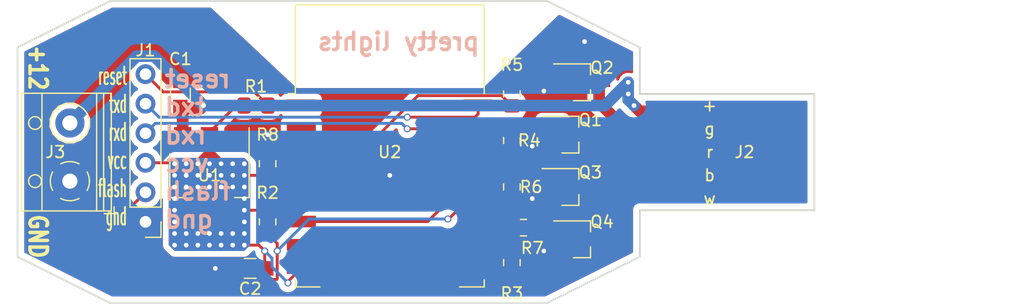
<source format=kicad_pcb>
(kicad_pcb (version 20171130) (host pcbnew 5.0.2-bee76a0~70~ubuntu18.04.1)

  (general
    (thickness 1.6)
    (drawings 18)
    (tracks 181)
    (zones 0)
    (modules 19)
    (nets 22)
  )

  (page A4)
  (layers
    (0 F.Cu signal)
    (31 B.Cu signal)
    (36 B.SilkS user)
    (37 F.SilkS user)
    (38 B.Mask user)
    (39 F.Mask user)
    (40 Dwgs.User user)
    (44 Edge.Cuts user)
    (45 Margin user hide)
    (46 B.CrtYd user hide)
    (47 F.CrtYd user hide)
  )

  (setup
    (last_trace_width 0.25)
    (trace_clearance 0.2)
    (zone_clearance 0.508)
    (zone_45_only no)
    (trace_min 0.2)
    (segment_width 0.2)
    (edge_width 0.15)
    (via_size 0.6)
    (via_drill 0.4)
    (via_min_size 0.4)
    (via_min_drill 0.3)
    (uvia_size 0.3)
    (uvia_drill 0.1)
    (uvias_allowed no)
    (uvia_min_size 0.2)
    (uvia_min_drill 0.1)
    (pcb_text_width 0.3)
    (pcb_text_size 1.5 1.5)
    (mod_edge_width 0.15)
    (mod_text_size 1 1)
    (mod_text_width 0.15)
    (pad_size 1.524 1.524)
    (pad_drill 0.762)
    (pad_to_mask_clearance 0.2)
    (solder_mask_min_width 0.25)
    (aux_axis_origin 0 0)
    (visible_elements FFFFFF7F)
    (pcbplotparams
      (layerselection 0x00030_80000001)
      (usegerberextensions false)
      (usegerberattributes false)
      (usegerberadvancedattributes false)
      (creategerberjobfile false)
      (excludeedgelayer true)
      (linewidth 0.100000)
      (plotframeref false)
      (viasonmask false)
      (mode 1)
      (useauxorigin false)
      (hpglpennumber 1)
      (hpglpenspeed 20)
      (hpglpendiameter 15.000000)
      (psnegative false)
      (psa4output false)
      (plotreference true)
      (plotvalue true)
      (plotinvisibletext false)
      (padsonsilk false)
      (subtractmaskfromsilk false)
      (outputformat 1)
      (mirror false)
      (drillshape 1)
      (scaleselection 1)
      (outputdirectory ""))
  )

  (net 0 "")
  (net 1 +12V)
  (net 2 GND)
  (net 3 VCC)
  (net 4 FLASH)
  (net 5 RXD)
  (net 6 TXD)
  (net 7 RESET)
  (net 8 /PR)
  (net 9 /PG)
  (net 10 /PB)
  (net 11 /PW)
  (net 12 "Net-(Q1-Pad1)")
  (net 13 "Net-(Q2-Pad1)")
  (net 14 "Net-(Q3-Pad1)")
  (net 15 "Net-(Q4-Pad1)")
  (net 16 "Net-(R3-Pad2)")
  (net 17 R_PWM)
  (net 18 G_PWM)
  (net 19 B_PWM)
  (net 20 W_PWM)
  (net 21 "Net-(R8-Pad1)")

  (net_class Default "This is the default net class."
    (clearance 0.2)
    (trace_width 0.25)
    (via_dia 0.6)
    (via_drill 0.4)
    (uvia_dia 0.3)
    (uvia_drill 0.1)
    (add_net B_PWM)
    (add_net FLASH)
    (add_net GND)
    (add_net G_PWM)
    (add_net "Net-(Q1-Pad1)")
    (add_net "Net-(Q2-Pad1)")
    (add_net "Net-(Q3-Pad1)")
    (add_net "Net-(Q4-Pad1)")
    (add_net "Net-(R3-Pad2)")
    (add_net "Net-(R8-Pad1)")
    (add_net RESET)
    (add_net RXD)
    (add_net R_PWM)
    (add_net TXD)
    (add_net VCC)
    (add_net W_PWM)
  )

  (net_class Power ""
    (clearance 0.2)
    (trace_width 1)
    (via_dia 0.6)
    (via_drill 0.4)
    (uvia_dia 0.3)
    (uvia_drill 0.1)
    (add_net +12V)
    (add_net /PB)
    (add_net /PG)
    (add_net /PR)
    (add_net /PW)
  )

  (module "Connector:RGBW strip 10.0mm" (layer F.Cu) (tedit 5C6F1626) (tstamp 5C7667BB)
    (at 172 102)
    (path /5C6B7765)
    (fp_text reference J2 (at 4 0) (layer F.SilkS)
      (effects (font (size 1 1) (thickness 0.15)))
    )
    (fp_text value Conn_01x05 (at 6 -4) (layer F.Fab)
      (effects (font (size 0.8 0.8) (thickness 0.15)))
    )
    (fp_text user w (at 1 4) (layer F.SilkS)
      (effects (font (size 1 1) (thickness 0.15)))
    )
    (fp_text user b (at 1 2) (layer F.SilkS)
      (effects (font (size 1 1) (thickness 0.15)))
    )
    (fp_text user r (at 1 0) (layer F.SilkS)
      (effects (font (size 1 1) (thickness 0.15)))
    )
    (fp_text user g (at 1 -2) (layer F.SilkS)
      (effects (font (size 1 1) (thickness 0.15)))
    )
    (fp_text user + (at 1 -4) (layer F.SilkS)
      (effects (font (size 1 1) (thickness 0.15)))
    )
    (fp_line (start 10 5) (end -5 5) (layer F.SilkS) (width 0.15))
    (fp_line (start 10 -5) (end 10 5) (layer F.SilkS) (width 0.15))
    (fp_line (start -5 -5) (end 10 -5) (layer F.SilkS) (width 0.15))
    (pad 4 smd rect (at -2.5 1.75) (size 5 1) (layers F.Cu F.Paste F.Mask)
      (net 10 /PB))
    (pad 5 smd rect (at -2.5 3.5) (size 5 1) (layers F.Cu F.Paste F.Mask)
      (net 11 /PW))
    (pad 3 smd rect (at -2.5 0) (size 5 1) (layers F.Cu F.Paste F.Mask)
      (net 8 /PR))
    (pad 2 smd rect (at -2.5 -1.75) (size 5 1) (layers F.Cu F.Paste F.Mask)
      (net 9 /PG))
    (pad 1 smd rect (at -2.5 -3.5) (size 5 1) (layers F.Cu F.Paste F.Mask)
      (net 1 +12V))
  )

  (module Capacitors_SMD:C_0805_HandSoldering placed (layer F.Cu) (tedit 58AA84A8) (tstamp 5B16F8AD)
    (at 127.5 97 90)
    (descr "Capacitor SMD 0805, hand soldering")
    (tags "capacitor 0805")
    (path /5B16607E)
    (attr smd)
    (fp_text reference C1 (at 3 0 180) (layer F.SilkS)
      (effects (font (size 1 1) (thickness 0.15)))
    )
    (fp_text value 100nF (at 0 1.75 90) (layer F.Fab)
      (effects (font (size 1 1) (thickness 0.15)))
    )
    (fp_text user %R (at 0 -1.75 90) (layer F.Fab)
      (effects (font (size 1 1) (thickness 0.15)))
    )
    (fp_line (start -1 0.62) (end -1 -0.62) (layer F.Fab) (width 0.1))
    (fp_line (start 1 0.62) (end -1 0.62) (layer F.Fab) (width 0.1))
    (fp_line (start 1 -0.62) (end 1 0.62) (layer F.Fab) (width 0.1))
    (fp_line (start -1 -0.62) (end 1 -0.62) (layer F.Fab) (width 0.1))
    (fp_line (start 0.5 -0.85) (end -0.5 -0.85) (layer F.SilkS) (width 0.12))
    (fp_line (start -0.5 0.85) (end 0.5 0.85) (layer F.SilkS) (width 0.12))
    (fp_line (start -2.25 -0.88) (end 2.25 -0.88) (layer F.CrtYd) (width 0.05))
    (fp_line (start -2.25 -0.88) (end -2.25 0.87) (layer F.CrtYd) (width 0.05))
    (fp_line (start 2.25 0.87) (end 2.25 -0.88) (layer F.CrtYd) (width 0.05))
    (fp_line (start 2.25 0.87) (end -2.25 0.87) (layer F.CrtYd) (width 0.05))
    (pad 1 smd rect (at -1.25 0 90) (size 1.5 1.25) (layers F.Cu F.Paste F.Mask)
      (net 1 +12V))
    (pad 2 smd rect (at 1.25 0 90) (size 1.5 1.25) (layers F.Cu F.Paste F.Mask)
      (net 2 GND))
    (model ${KISYS3DMOD}/Capacitor_SMD.3dshapes/C_0805_2012Metric.wrl
      (at (xyz 0 0 0))
      (scale (xyz 1 1 1))
      (rotate (xyz 0 0 0))
    )
  )

  (module Capacitors_SMD:C_0805_HandSoldering placed (layer F.Cu) (tedit 58AA84A8) (tstamp 5B16F8B3)
    (at 133.5 112 180)
    (descr "Capacitor SMD 0805, hand soldering")
    (tags "capacitor 0805")
    (path /5B1661F6)
    (attr smd)
    (fp_text reference C2 (at 0 -1.75 180) (layer F.SilkS)
      (effects (font (size 1 1) (thickness 0.15)))
    )
    (fp_text value 22uF (at 0 1.75 180) (layer F.Fab)
      (effects (font (size 1 1) (thickness 0.15)))
    )
    (fp_text user %R (at 0 -1.75 180) (layer F.Fab)
      (effects (font (size 1 1) (thickness 0.15)))
    )
    (fp_line (start -1 0.62) (end -1 -0.62) (layer F.Fab) (width 0.1))
    (fp_line (start 1 0.62) (end -1 0.62) (layer F.Fab) (width 0.1))
    (fp_line (start 1 -0.62) (end 1 0.62) (layer F.Fab) (width 0.1))
    (fp_line (start -1 -0.62) (end 1 -0.62) (layer F.Fab) (width 0.1))
    (fp_line (start 0.5 -0.85) (end -0.5 -0.85) (layer F.SilkS) (width 0.12))
    (fp_line (start -0.5 0.85) (end 0.5 0.85) (layer F.SilkS) (width 0.12))
    (fp_line (start -2.25 -0.88) (end 2.25 -0.88) (layer F.CrtYd) (width 0.05))
    (fp_line (start -2.25 -0.88) (end -2.25 0.87) (layer F.CrtYd) (width 0.05))
    (fp_line (start 2.25 0.87) (end 2.25 -0.88) (layer F.CrtYd) (width 0.05))
    (fp_line (start 2.25 0.87) (end -2.25 0.87) (layer F.CrtYd) (width 0.05))
    (pad 1 smd rect (at -1.25 0 180) (size 1.5 1.25) (layers F.Cu F.Paste F.Mask)
      (net 3 VCC))
    (pad 2 smd rect (at 1.25 0 180) (size 1.5 1.25) (layers F.Cu F.Paste F.Mask)
      (net 2 GND))
    (model ${KISYS3DMOD}/Capacitor_SMD.3dshapes/C_0805_2012Metric.wrl
      (at (xyz 0 0 0))
      (scale (xyz 1 1 1))
      (rotate (xyz 0 0 0))
    )
  )

  (module TO_SOT_Packages_SMD:SOT-223-3_TabPin2 (layer F.Cu) (tedit 58CE4E7E) (tstamp 5C6F0669)
    (at 130 104 270)
    (descr "module CMS SOT223 4 pins")
    (tags "CMS SOT")
    (path /5B165E49)
    (attr smd)
    (fp_text reference U1 (at 0 0) (layer F.SilkS)
      (effects (font (size 1 1) (thickness 0.15)))
    )
    (fp_text value LD1117S33TR_SOT223 (at 0 4.5 270) (layer F.Fab)
      (effects (font (size 1 1) (thickness 0.15)))
    )
    (fp_text user %R (at 0 0) (layer F.Fab)
      (effects (font (size 0.8 0.8) (thickness 0.12)))
    )
    (fp_line (start 1.91 3.41) (end 1.91 2.15) (layer F.SilkS) (width 0.12))
    (fp_line (start 1.91 -3.41) (end 1.91 -2.15) (layer F.SilkS) (width 0.12))
    (fp_line (start 4.4 -3.6) (end -4.4 -3.6) (layer F.CrtYd) (width 0.05))
    (fp_line (start 4.4 3.6) (end 4.4 -3.6) (layer F.CrtYd) (width 0.05))
    (fp_line (start -4.4 3.6) (end 4.4 3.6) (layer F.CrtYd) (width 0.05))
    (fp_line (start -4.4 -3.6) (end -4.4 3.6) (layer F.CrtYd) (width 0.05))
    (fp_line (start -1.85 -2.35) (end -0.85 -3.35) (layer F.Fab) (width 0.1))
    (fp_line (start -1.85 -2.35) (end -1.85 3.35) (layer F.Fab) (width 0.1))
    (fp_line (start -1.85 3.41) (end 1.91 3.41) (layer F.SilkS) (width 0.12))
    (fp_line (start -0.85 -3.35) (end 1.85 -3.35) (layer F.Fab) (width 0.1))
    (fp_line (start -4.1 -3.41) (end 1.91 -3.41) (layer F.SilkS) (width 0.12))
    (fp_line (start -1.85 3.35) (end 1.85 3.35) (layer F.Fab) (width 0.1))
    (fp_line (start 1.85 -3.35) (end 1.85 3.35) (layer F.Fab) (width 0.1))
    (pad 2 smd rect (at 3.15 0 270) (size 2 3.8) (layers F.Cu F.Paste F.Mask)
      (net 3 VCC))
    (pad 2 smd rect (at -3.15 0 270) (size 2 1.5) (layers F.Cu F.Paste F.Mask)
      (net 3 VCC))
    (pad 3 smd rect (at -3.15 2.3 270) (size 2 1.5) (layers F.Cu F.Paste F.Mask)
      (net 1 +12V))
    (pad 1 smd rect (at -3.15 -2.3 270) (size 2 1.5) (layers F.Cu F.Paste F.Mask)
      (net 2 GND))
    (model ${KISYS3DMOD}/Package_TO_SOT_SMD.3dshapes/SOT-223.wrl
      (at (xyz 0 0 0))
      (scale (xyz 1 1 1))
      (rotate (xyz 0 0 0))
    )
  )

  (module RF_Modules:ESP-12E (layer F.Cu) (tedit 59E32322) (tstamp 5B16F934)
    (at 145.5 101.473)
    (descr "Wi-Fi Module, http://wiki.ai-thinker.com/_media/esp8266/docs/aithinker_esp_12f_datasheet_en.pdf")
    (tags "Wi-Fi Module")
    (path /5B1595A4)
    (attr smd)
    (fp_text reference U2 (at 0 0.527) (layer F.SilkS)
      (effects (font (size 1 1) (thickness 0.15)))
    )
    (fp_text value ESP-12E (at -0.06 -12.78) (layer F.Fab)
      (effects (font (size 1 1) (thickness 0.15)))
    )
    (fp_text user Antenna (at -0.06 -7 180) (layer Cmts.User)
      (effects (font (size 1 1) (thickness 0.15)))
    )
    (fp_text user "KEEP-OUT ZONE" (at 0.03 -9.55 180) (layer Cmts.User)
      (effects (font (size 1 1) (thickness 0.15)))
    )
    (fp_text user %R (at 0.49 -0.8) (layer F.Fab)
      (effects (font (size 1 1) (thickness 0.15)))
    )
    (fp_line (start -8 -12) (end 8 -12) (layer F.Fab) (width 0.12))
    (fp_line (start 8 -12) (end 8 12) (layer F.Fab) (width 0.12))
    (fp_line (start 8 12) (end -8 12) (layer F.Fab) (width 0.12))
    (fp_line (start -8 12) (end -8 -3) (layer F.Fab) (width 0.12))
    (fp_line (start -8 -3) (end -7.5 -3.5) (layer F.Fab) (width 0.12))
    (fp_line (start -7.5 -3.5) (end -8 -4) (layer F.Fab) (width 0.12))
    (fp_line (start -8 -4) (end -8 -12) (layer F.Fab) (width 0.12))
    (fp_line (start -9.05 -12.2) (end 9.05 -12.2) (layer F.CrtYd) (width 0.05))
    (fp_line (start 9.05 -12.2) (end 9.05 13.1) (layer F.CrtYd) (width 0.05))
    (fp_line (start 9.05 13.1) (end -9.05 13.1) (layer F.CrtYd) (width 0.05))
    (fp_line (start -9.05 13.1) (end -9.05 -12.2) (layer F.CrtYd) (width 0.05))
    (fp_line (start -8.12 -12.12) (end 8.12 -12.12) (layer F.SilkS) (width 0.12))
    (fp_line (start 8.12 -12.12) (end 8.12 -4.5) (layer F.SilkS) (width 0.12))
    (fp_line (start 8.12 11.5) (end 8.12 12.12) (layer F.SilkS) (width 0.12))
    (fp_line (start 8.12 12.12) (end 6 12.12) (layer F.SilkS) (width 0.12))
    (fp_line (start -6 12.12) (end -8.12 12.12) (layer F.SilkS) (width 0.12))
    (fp_line (start -8.12 12.12) (end -8.12 11.5) (layer F.SilkS) (width 0.12))
    (fp_line (start -8.12 -4.5) (end -8.12 -12.12) (layer F.SilkS) (width 0.12))
    (fp_line (start -8.12 -4.5) (end -8.73 -4.5) (layer F.SilkS) (width 0.12))
    (fp_line (start -8.12 -12.12) (end 8.12 -12.12) (layer Dwgs.User) (width 0.12))
    (fp_line (start 8.12 -12.12) (end 8.12 -4.8) (layer Dwgs.User) (width 0.12))
    (fp_line (start 8.12 -4.8) (end -8.12 -4.8) (layer Dwgs.User) (width 0.12))
    (fp_line (start -8.12 -4.8) (end -8.12 -12.12) (layer Dwgs.User) (width 0.12))
    (fp_line (start -8.12 -9.12) (end -5.12 -12.12) (layer Dwgs.User) (width 0.12))
    (fp_line (start -8.12 -6.12) (end -2.12 -12.12) (layer Dwgs.User) (width 0.12))
    (fp_line (start -6.44 -4.8) (end 0.88 -12.12) (layer Dwgs.User) (width 0.12))
    (fp_line (start -3.44 -4.8) (end 3.88 -12.12) (layer Dwgs.User) (width 0.12))
    (fp_line (start -0.44 -4.8) (end 6.88 -12.12) (layer Dwgs.User) (width 0.12))
    (fp_line (start 2.56 -4.8) (end 8.12 -10.36) (layer Dwgs.User) (width 0.12))
    (fp_line (start 5.56 -4.8) (end 8.12 -7.36) (layer Dwgs.User) (width 0.12))
    (pad 1 smd rect (at -7.6 -3.5) (size 2.5 1) (layers F.Cu F.Paste F.Mask)
      (net 7 RESET))
    (pad 2 smd rect (at -7.6 -1.5) (size 2.5 1) (layers F.Cu F.Paste F.Mask))
    (pad 3 smd rect (at -7.6 0.5) (size 2.5 1) (layers F.Cu F.Paste F.Mask)
      (net 21 "Net-(R8-Pad1)"))
    (pad 4 smd rect (at -7.6 2.5) (size 2.5 1) (layers F.Cu F.Paste F.Mask)
      (net 18 G_PWM))
    (pad 5 smd rect (at -7.6 4.5) (size 2.5 1) (layers F.Cu F.Paste F.Mask)
      (net 17 R_PWM))
    (pad 6 smd rect (at -7.6 6.5) (size 2.5 1) (layers F.Cu F.Paste F.Mask)
      (net 19 B_PWM))
    (pad 7 smd rect (at -7.6 8.5) (size 2.5 1) (layers F.Cu F.Paste F.Mask)
      (net 20 W_PWM))
    (pad 8 smd rect (at -7.6 10.5) (size 2.5 1) (layers F.Cu F.Paste F.Mask)
      (net 3 VCC))
    (pad 9 smd rect (at -5 12) (size 1 1.8) (layers F.Cu F.Paste F.Mask))
    (pad 10 smd rect (at -3 12) (size 1 1.8) (layers F.Cu F.Paste F.Mask))
    (pad 11 smd rect (at -1 12) (size 1 1.8) (layers F.Cu F.Paste F.Mask))
    (pad 12 smd rect (at 1 12) (size 1 1.8) (layers F.Cu F.Paste F.Mask))
    (pad 13 smd rect (at 3 12) (size 1 1.8) (layers F.Cu F.Paste F.Mask))
    (pad 14 smd rect (at 5 12) (size 1 1.8) (layers F.Cu F.Paste F.Mask))
    (pad 15 smd rect (at 7.6 10.5) (size 2.5 1) (layers F.Cu F.Paste F.Mask)
      (net 2 GND))
    (pad 16 smd rect (at 7.6 8.5) (size 2.5 1) (layers F.Cu F.Paste F.Mask)
      (net 16 "Net-(R3-Pad2)"))
    (pad 17 smd rect (at 7.6 6.5) (size 2.5 1) (layers F.Cu F.Paste F.Mask))
    (pad 18 smd rect (at 7.6 4.5) (size 2.5 1) (layers F.Cu F.Paste F.Mask)
      (net 4 FLASH))
    (pad 19 smd rect (at 7.6 2.5) (size 2.5 1) (layers F.Cu F.Paste F.Mask))
    (pad 20 smd rect (at 7.6 0.5) (size 2.5 1) (layers F.Cu F.Paste F.Mask))
    (pad 21 smd rect (at 7.6 -1.5) (size 2.5 1) (layers F.Cu F.Paste F.Mask)
      (net 5 RXD))
    (pad 22 smd rect (at 7.6 -3.5) (size 2.5 1) (layers F.Cu F.Paste F.Mask)
      (net 6 TXD))
    (model ${KISYS3DMOD}/RF_Module.3dshapes/ESP-12E.wrl
      (at (xyz 0 0 0))
      (scale (xyz 1 1 1))
      (rotate (xyz 0 0 0))
    )
  )

  (module Package_TO_SOT_SMD:SOT-23_Handsoldering (layer F.Cu) (tedit 5A0AB76C) (tstamp 5C6B67B5)
    (at 161 105)
    (descr "SOT-23, Handsoldering")
    (tags SOT-23)
    (path /5C5EE699)
    (attr smd)
    (fp_text reference Q3 (at 1.75 -1.25) (layer F.SilkS)
      (effects (font (size 1 1) (thickness 0.15)))
    )
    (fp_text value PMV16XN (at 0 2.5) (layer F.Fab)
      (effects (font (size 1 1) (thickness 0.15)))
    )
    (fp_text user %R (at 0 0 90) (layer F.Fab)
      (effects (font (size 0.5 0.5) (thickness 0.075)))
    )
    (fp_line (start 0.76 1.58) (end 0.76 0.65) (layer F.SilkS) (width 0.12))
    (fp_line (start 0.76 -1.58) (end 0.76 -0.65) (layer F.SilkS) (width 0.12))
    (fp_line (start -2.7 -1.75) (end 2.7 -1.75) (layer F.CrtYd) (width 0.05))
    (fp_line (start 2.7 -1.75) (end 2.7 1.75) (layer F.CrtYd) (width 0.05))
    (fp_line (start 2.7 1.75) (end -2.7 1.75) (layer F.CrtYd) (width 0.05))
    (fp_line (start -2.7 1.75) (end -2.7 -1.75) (layer F.CrtYd) (width 0.05))
    (fp_line (start 0.76 -1.58) (end -2.4 -1.58) (layer F.SilkS) (width 0.12))
    (fp_line (start -0.7 -0.95) (end -0.7 1.5) (layer F.Fab) (width 0.1))
    (fp_line (start -0.15 -1.52) (end 0.7 -1.52) (layer F.Fab) (width 0.1))
    (fp_line (start -0.7 -0.95) (end -0.15 -1.52) (layer F.Fab) (width 0.1))
    (fp_line (start 0.7 -1.52) (end 0.7 1.52) (layer F.Fab) (width 0.1))
    (fp_line (start -0.7 1.52) (end 0.7 1.52) (layer F.Fab) (width 0.1))
    (fp_line (start 0.76 1.58) (end -0.7 1.58) (layer F.SilkS) (width 0.12))
    (pad 1 smd rect (at -1.5 -0.95) (size 1.9 0.8) (layers F.Cu F.Paste F.Mask)
      (net 14 "Net-(Q3-Pad1)"))
    (pad 2 smd rect (at -1.5 0.95) (size 1.9 0.8) (layers F.Cu F.Paste F.Mask)
      (net 2 GND))
    (pad 3 smd rect (at 1.5 0) (size 1.9 0.8) (layers F.Cu F.Paste F.Mask)
      (net 10 /PB))
    (model ${KISYS3DMOD}/Package_TO_SOT_SMD.3dshapes/SOT-23.wrl
      (at (xyz 0 0 0))
      (scale (xyz 1 1 1))
      (rotate (xyz 0 0 0))
    )
  )

  (module Package_TO_SOT_SMD:SOT-23_Handsoldering (layer F.Cu) (tedit 5A0AB76C) (tstamp 5C6B67C9)
    (at 162 109.5)
    (descr "SOT-23, Handsoldering")
    (tags SOT-23)
    (path /5C5F1390)
    (attr smd)
    (fp_text reference Q4 (at 1.75 -1.5) (layer F.SilkS)
      (effects (font (size 1 1) (thickness 0.15)))
    )
    (fp_text value PMV16XN (at 0 2.5) (layer F.Fab)
      (effects (font (size 1 1) (thickness 0.15)))
    )
    (fp_line (start 0.76 1.58) (end -0.7 1.58) (layer F.SilkS) (width 0.12))
    (fp_line (start -0.7 1.52) (end 0.7 1.52) (layer F.Fab) (width 0.1))
    (fp_line (start 0.7 -1.52) (end 0.7 1.52) (layer F.Fab) (width 0.1))
    (fp_line (start -0.7 -0.95) (end -0.15 -1.52) (layer F.Fab) (width 0.1))
    (fp_line (start -0.15 -1.52) (end 0.7 -1.52) (layer F.Fab) (width 0.1))
    (fp_line (start -0.7 -0.95) (end -0.7 1.5) (layer F.Fab) (width 0.1))
    (fp_line (start 0.76 -1.58) (end -2.4 -1.58) (layer F.SilkS) (width 0.12))
    (fp_line (start -2.7 1.75) (end -2.7 -1.75) (layer F.CrtYd) (width 0.05))
    (fp_line (start 2.7 1.75) (end -2.7 1.75) (layer F.CrtYd) (width 0.05))
    (fp_line (start 2.7 -1.75) (end 2.7 1.75) (layer F.CrtYd) (width 0.05))
    (fp_line (start -2.7 -1.75) (end 2.7 -1.75) (layer F.CrtYd) (width 0.05))
    (fp_line (start 0.76 -1.58) (end 0.76 -0.65) (layer F.SilkS) (width 0.12))
    (fp_line (start 0.76 1.58) (end 0.76 0.65) (layer F.SilkS) (width 0.12))
    (fp_text user %R (at 0 0 90) (layer F.Fab)
      (effects (font (size 0.5 0.5) (thickness 0.075)))
    )
    (pad 3 smd rect (at 1.5 0) (size 1.9 0.8) (layers F.Cu F.Paste F.Mask)
      (net 11 /PW))
    (pad 2 smd rect (at -1.5 0.95) (size 1.9 0.8) (layers F.Cu F.Paste F.Mask)
      (net 2 GND))
    (pad 1 smd rect (at -1.5 -0.95) (size 1.9 0.8) (layers F.Cu F.Paste F.Mask)
      (net 15 "Net-(Q4-Pad1)"))
    (model ${KISYS3DMOD}/Package_TO_SOT_SMD.3dshapes/SOT-23.wrl
      (at (xyz 0 0 0))
      (scale (xyz 1 1 1))
      (rotate (xyz 0 0 0))
    )
  )

  (module Package_TO_SOT_SMD:SOT-23_Handsoldering (layer F.Cu) (tedit 5A0AB76C) (tstamp 5C6F3751)
    (at 161 100.5)
    (descr "SOT-23, Handsoldering")
    (tags SOT-23)
    (path /5C5EC2F3)
    (attr smd)
    (fp_text reference Q1 (at 1.75 -1.25) (layer F.SilkS)
      (effects (font (size 1 1) (thickness 0.15)))
    )
    (fp_text value PMV16XN (at 0 2.5) (layer F.Fab)
      (effects (font (size 1 1) (thickness 0.15)))
    )
    (fp_text user %R (at 0 0 90) (layer F.Fab)
      (effects (font (size 0.5 0.5) (thickness 0.075)))
    )
    (fp_line (start 0.76 1.58) (end 0.76 0.65) (layer F.SilkS) (width 0.12))
    (fp_line (start 0.76 -1.58) (end 0.76 -0.65) (layer F.SilkS) (width 0.12))
    (fp_line (start -2.7 -1.75) (end 2.7 -1.75) (layer F.CrtYd) (width 0.05))
    (fp_line (start 2.7 -1.75) (end 2.7 1.75) (layer F.CrtYd) (width 0.05))
    (fp_line (start 2.7 1.75) (end -2.7 1.75) (layer F.CrtYd) (width 0.05))
    (fp_line (start -2.7 1.75) (end -2.7 -1.75) (layer F.CrtYd) (width 0.05))
    (fp_line (start 0.76 -1.58) (end -2.4 -1.58) (layer F.SilkS) (width 0.12))
    (fp_line (start -0.7 -0.95) (end -0.7 1.5) (layer F.Fab) (width 0.1))
    (fp_line (start -0.15 -1.52) (end 0.7 -1.52) (layer F.Fab) (width 0.1))
    (fp_line (start -0.7 -0.95) (end -0.15 -1.52) (layer F.Fab) (width 0.1))
    (fp_line (start 0.7 -1.52) (end 0.7 1.52) (layer F.Fab) (width 0.1))
    (fp_line (start -0.7 1.52) (end 0.7 1.52) (layer F.Fab) (width 0.1))
    (fp_line (start 0.76 1.58) (end -0.7 1.58) (layer F.SilkS) (width 0.12))
    (pad 1 smd rect (at -1.5 -0.95) (size 1.9 0.8) (layers F.Cu F.Paste F.Mask)
      (net 12 "Net-(Q1-Pad1)"))
    (pad 2 smd rect (at -1.5 0.95) (size 1.9 0.8) (layers F.Cu F.Paste F.Mask)
      (net 2 GND))
    (pad 3 smd rect (at 1.5 0) (size 1.9 0.8) (layers F.Cu F.Paste F.Mask)
      (net 8 /PR))
    (model ${KISYS3DMOD}/Package_TO_SOT_SMD.3dshapes/SOT-23.wrl
      (at (xyz 0 0 0))
      (scale (xyz 1 1 1))
      (rotate (xyz 0 0 0))
    )
  )

  (module Package_TO_SOT_SMD:SOT-23_Handsoldering (layer F.Cu) (tedit 5A0AB76C) (tstamp 5C6F404B)
    (at 162 96)
    (descr "SOT-23, Handsoldering")
    (tags SOT-23)
    (path /5C5EE5E2)
    (attr smd)
    (fp_text reference Q2 (at 1.75 -1.25) (layer F.SilkS)
      (effects (font (size 1 1) (thickness 0.15)))
    )
    (fp_text value PMV16XN (at 0 2.5) (layer F.Fab)
      (effects (font (size 1 1) (thickness 0.15)))
    )
    (fp_line (start 0.76 1.58) (end -0.7 1.58) (layer F.SilkS) (width 0.12))
    (fp_line (start -0.7 1.52) (end 0.7 1.52) (layer F.Fab) (width 0.1))
    (fp_line (start 0.7 -1.52) (end 0.7 1.52) (layer F.Fab) (width 0.1))
    (fp_line (start -0.7 -0.95) (end -0.15 -1.52) (layer F.Fab) (width 0.1))
    (fp_line (start -0.15 -1.52) (end 0.7 -1.52) (layer F.Fab) (width 0.1))
    (fp_line (start -0.7 -0.95) (end -0.7 1.5) (layer F.Fab) (width 0.1))
    (fp_line (start 0.76 -1.58) (end -2.4 -1.58) (layer F.SilkS) (width 0.12))
    (fp_line (start -2.7 1.75) (end -2.7 -1.75) (layer F.CrtYd) (width 0.05))
    (fp_line (start 2.7 1.75) (end -2.7 1.75) (layer F.CrtYd) (width 0.05))
    (fp_line (start 2.7 -1.75) (end 2.7 1.75) (layer F.CrtYd) (width 0.05))
    (fp_line (start -2.7 -1.75) (end 2.7 -1.75) (layer F.CrtYd) (width 0.05))
    (fp_line (start 0.76 -1.58) (end 0.76 -0.65) (layer F.SilkS) (width 0.12))
    (fp_line (start 0.76 1.58) (end 0.76 0.65) (layer F.SilkS) (width 0.12))
    (fp_text user %R (at 0 0 90) (layer F.Fab)
      (effects (font (size 0.5 0.5) (thickness 0.075)))
    )
    (pad 3 smd rect (at 1.5 0) (size 1.9 0.8) (layers F.Cu F.Paste F.Mask)
      (net 9 /PG))
    (pad 2 smd rect (at -1.5 0.95) (size 1.9 0.8) (layers F.Cu F.Paste F.Mask)
      (net 2 GND))
    (pad 1 smd rect (at -1.5 -0.95) (size 1.9 0.8) (layers F.Cu F.Paste F.Mask)
      (net 13 "Net-(Q2-Pad1)"))
    (model ${KISYS3DMOD}/Package_TO_SOT_SMD.3dshapes/SOT-23.wrl
      (at (xyz 0 0 0))
      (scale (xyz 1 1 1))
      (rotate (xyz 0 0 0))
    )
  )

  (module TerminalBlock_RND:TerminalBlock_RND_205-00012_1x02_P5.00mm_Horizontal (layer F.Cu) (tedit 5B294F52) (tstamp 5C820064)
    (at 118 104.5 90)
    (descr "terminal block RND 205-00012, 2 pins, pitch 5mm, size 10x7.6mm^2, drill diamater 1.3mm, pad diameter 2.5mm, see http://cdn-reichelt.de/documents/datenblatt/C151/RND_205-00012_DB_EN.pdf, script-generated using https://github.com/pointhi/kicad-footprint-generator/scripts/TerminalBlock_RND")
    (tags "THT terminal block RND 205-00012 pitch 5mm size 10x7.6mm^2 drill 1.3mm pad 2.5mm")
    (path /5C6C0383)
    (fp_text reference J3 (at 2.5 -1.25 180) (layer F.SilkS)
      (effects (font (size 1 1) (thickness 0.15)))
    )
    (fp_text value Screw_Terminal_01x02 (at 2.5 4.56 90) (layer F.Fab)
      (effects (font (size 1 1) (thickness 0.15)))
    )
    (fp_arc (start 0 0) (end 0 1.68) (angle -28) (layer F.SilkS) (width 0.12))
    (fp_arc (start 0 0) (end 1.484 0.789) (angle -56) (layer F.SilkS) (width 0.12))
    (fp_arc (start 0 0) (end 0.789 -1.484) (angle -56) (layer F.SilkS) (width 0.12))
    (fp_arc (start 0 0) (end -1.484 -0.789) (angle -56) (layer F.SilkS) (width 0.12))
    (fp_arc (start 0 0) (end -0.789 1.484) (angle -29) (layer F.SilkS) (width 0.12))
    (fp_circle (center 0 0) (end 1.5 0) (layer F.Fab) (width 0.1))
    (fp_circle (center 0 -3) (end 0.55 -3) (layer F.Fab) (width 0.1))
    (fp_circle (center 0 -3) (end 0.55 -3) (layer F.SilkS) (width 0.12))
    (fp_circle (center 5 0) (end 6.5 0) (layer F.Fab) (width 0.1))
    (fp_circle (center 5 0) (end 6.68 0) (layer F.SilkS) (width 0.12))
    (fp_circle (center 5 -3) (end 5.55 -3) (layer F.Fab) (width 0.1))
    (fp_circle (center 5 -3) (end 5.55 -3) (layer F.SilkS) (width 0.12))
    (fp_line (start -2.5 -4.1) (end 7.5 -4.1) (layer F.Fab) (width 0.1))
    (fp_line (start 7.5 -4.1) (end 7.5 3.5) (layer F.Fab) (width 0.1))
    (fp_line (start 7.5 3.5) (end -1.9 3.5) (layer F.Fab) (width 0.1))
    (fp_line (start -1.9 3.5) (end -2.5 2.9) (layer F.Fab) (width 0.1))
    (fp_line (start -2.5 2.9) (end -2.5 -4.1) (layer F.Fab) (width 0.1))
    (fp_line (start -2.5 2.9) (end 7.5 2.9) (layer F.Fab) (width 0.1))
    (fp_line (start -2.56 2.9) (end 7.56 2.9) (layer F.SilkS) (width 0.12))
    (fp_line (start -2.5 2.3) (end 7.5 2.3) (layer F.Fab) (width 0.1))
    (fp_line (start -2.56 2.3) (end 7.56 2.3) (layer F.SilkS) (width 0.12))
    (fp_line (start -2.5 -2.4) (end 7.5 -2.4) (layer F.Fab) (width 0.1))
    (fp_line (start -2.56 -2.4) (end 7.56 -2.4) (layer F.SilkS) (width 0.12))
    (fp_line (start -2.56 -4.16) (end 7.56 -4.16) (layer F.SilkS) (width 0.12))
    (fp_line (start -2.56 3.561) (end 7.56 3.561) (layer F.SilkS) (width 0.12))
    (fp_line (start -2.56 -4.16) (end -2.56 3.561) (layer F.SilkS) (width 0.12))
    (fp_line (start 7.56 -4.16) (end 7.56 3.561) (layer F.SilkS) (width 0.12))
    (fp_line (start 1.138 -0.955) (end -0.955 1.138) (layer F.Fab) (width 0.1))
    (fp_line (start 0.955 -1.138) (end -1.138 0.955) (layer F.Fab) (width 0.1))
    (fp_line (start 6.138 -0.955) (end 4.046 1.138) (layer F.Fab) (width 0.1))
    (fp_line (start 5.955 -1.138) (end 3.863 0.955) (layer F.Fab) (width 0.1))
    (fp_line (start 6.275 -1.069) (end 6.181 -0.976) (layer F.SilkS) (width 0.12))
    (fp_line (start 3.99 1.216) (end 3.931 1.274) (layer F.SilkS) (width 0.12))
    (fp_line (start 6.07 -1.275) (end 6.011 -1.216) (layer F.SilkS) (width 0.12))
    (fp_line (start 3.82 0.976) (end 3.726 1.069) (layer F.SilkS) (width 0.12))
    (fp_line (start -2.8 2.96) (end -2.8 3.8) (layer F.SilkS) (width 0.12))
    (fp_line (start -2.8 3.8) (end -2.2 3.8) (layer F.SilkS) (width 0.12))
    (fp_line (start -3 -4.6) (end -3 4) (layer F.CrtYd) (width 0.05))
    (fp_line (start -3 4) (end 8 4) (layer F.CrtYd) (width 0.05))
    (fp_line (start 8 4) (end 8 -4.6) (layer F.CrtYd) (width 0.05))
    (fp_line (start 8 -4.6) (end -3 -4.6) (layer F.CrtYd) (width 0.05))
    (fp_text user %R (at 2.5 -5.16 90) (layer F.Fab)
      (effects (font (size 1 1) (thickness 0.15)))
    )
    (pad 1 thru_hole rect (at 0 0 90) (size 2.5 2.5) (drill 1.3) (layers *.Cu *.Mask)
      (net 2 GND))
    (pad 2 thru_hole circle (at 5 0 90) (size 2.5 2.5) (drill 1.3) (layers *.Cu *.Mask)
      (net 1 +12V))
    (model ${KISYS3DMOD}/TerminalBlock_RND.3dshapes/TerminalBlock_RND_205-00012_1x02_P5.00mm_Horizontal.wrl
      (at (xyz 0 0 0))
      (scale (xyz 1 1 1))
      (rotate (xyz 0 0 0))
    )
  )

  (module Connector_PinHeader_2.54mm:PinHeader_1x06_P2.54mm_Vertical (layer F.Cu) (tedit 59FED5CC) (tstamp 5C820164)
    (at 124.5 108 180)
    (descr "Through hole straight pin header, 1x06, 2.54mm pitch, single row")
    (tags "Through hole pin header THT 1x06 2.54mm single row")
    (path /5C636D41)
    (fp_text reference J1 (at 0 14.75) (layer F.SilkS)
      (effects (font (size 1 1) (thickness 0.15)))
    )
    (fp_text value Conn_01x06 (at 0 15.03 180) (layer F.Fab)
      (effects (font (size 1 1) (thickness 0.15)))
    )
    (fp_line (start -0.635 -1.27) (end 1.27 -1.27) (layer F.Fab) (width 0.1))
    (fp_line (start 1.27 -1.27) (end 1.27 13.97) (layer F.Fab) (width 0.1))
    (fp_line (start 1.27 13.97) (end -1.27 13.97) (layer F.Fab) (width 0.1))
    (fp_line (start -1.27 13.97) (end -1.27 -0.635) (layer F.Fab) (width 0.1))
    (fp_line (start -1.27 -0.635) (end -0.635 -1.27) (layer F.Fab) (width 0.1))
    (fp_line (start -1.33 14.03) (end 1.33 14.03) (layer F.SilkS) (width 0.12))
    (fp_line (start -1.33 1.27) (end -1.33 14.03) (layer F.SilkS) (width 0.12))
    (fp_line (start 1.33 1.27) (end 1.33 14.03) (layer F.SilkS) (width 0.12))
    (fp_line (start -1.33 1.27) (end 1.33 1.27) (layer F.SilkS) (width 0.12))
    (fp_line (start -1.33 0) (end -1.33 -1.33) (layer F.SilkS) (width 0.12))
    (fp_line (start -1.33 -1.33) (end 0 -1.33) (layer F.SilkS) (width 0.12))
    (fp_line (start -1.8 -1.8) (end -1.8 14.5) (layer F.CrtYd) (width 0.05))
    (fp_line (start -1.8 14.5) (end 1.8 14.5) (layer F.CrtYd) (width 0.05))
    (fp_line (start 1.8 14.5) (end 1.8 -1.8) (layer F.CrtYd) (width 0.05))
    (fp_line (start 1.8 -1.8) (end -1.8 -1.8) (layer F.CrtYd) (width 0.05))
    (fp_text user %R (at 0 6.35 270) (layer F.Fab)
      (effects (font (size 1 1) (thickness 0.15)))
    )
    (pad 1 thru_hole rect (at 0 0 180) (size 1.7 1.7) (drill 1) (layers *.Cu *.Mask)
      (net 2 GND))
    (pad 2 thru_hole oval (at 0 2.54 180) (size 1.7 1.7) (drill 1) (layers *.Cu *.Mask)
      (net 4 FLASH))
    (pad 3 thru_hole oval (at 0 5.08 180) (size 1.7 1.7) (drill 1) (layers *.Cu *.Mask)
      (net 3 VCC))
    (pad 4 thru_hole oval (at 0 7.62 180) (size 1.7 1.7) (drill 1) (layers *.Cu *.Mask)
      (net 5 RXD))
    (pad 5 thru_hole oval (at 0 10.16 180) (size 1.7 1.7) (drill 1) (layers *.Cu *.Mask)
      (net 6 TXD))
    (pad 6 thru_hole oval (at 0 12.7 180) (size 1.7 1.7) (drill 1) (layers *.Cu *.Mask)
      (net 7 RESET))
    (model ${KISYS3DMOD}/Connector_PinHeader_2.54mm.3dshapes/PinHeader_1x06_P2.54mm_Vertical.wrl
      (at (xyz 0 0 0))
      (scale (xyz 1 1 1))
      (rotate (xyz 0 0 0))
    )
  )

  (module Resistor_SMD:R_0805_2012Metric_Pad1.15x1.40mm_HandSolder (layer F.Cu) (tedit 5C6F0694) (tstamp 5C6F0A81)
    (at 134 98)
    (descr "Resistor SMD 0805 (2012 Metric), square (rectangular) end terminal, IPC_7351 nominal with elongated pad for handsoldering. (Body size source: https://docs.google.com/spreadsheets/d/1BsfQQcO9C6DZCsRaXUlFlo91Tg2WpOkGARC1WS5S8t0/edit?usp=sharing), generated with kicad-footprint-generator")
    (tags "resistor handsolder")
    (path /5B164780)
    (attr smd)
    (fp_text reference R1 (at 0 -1.65) (layer F.SilkS)
      (effects (font (size 1 1) (thickness 0.15)))
    )
    (fp_text value 10K (at 0 1.65) (layer F.Fab)
      (effects (font (size 1 1) (thickness 0.15)))
    )
    (fp_line (start -1 0.6) (end -1 -0.6) (layer F.Fab) (width 0.1))
    (fp_line (start -1 -0.6) (end 1 -0.6) (layer F.Fab) (width 0.1))
    (fp_line (start 1 -0.6) (end 1 0.6) (layer F.Fab) (width 0.1))
    (fp_line (start 1 0.6) (end -1 0.6) (layer F.Fab) (width 0.1))
    (fp_line (start -0.261252 -0.71) (end 0.261252 -0.71) (layer F.SilkS) (width 0.12))
    (fp_line (start -0.261252 0.71) (end 0.261252 0.71) (layer F.SilkS) (width 0.12))
    (fp_line (start -1.85 0.95) (end -1.85 -0.95) (layer F.CrtYd) (width 0.05))
    (fp_line (start -1.85 -0.95) (end 1.85 -0.95) (layer F.CrtYd) (width 0.05))
    (fp_line (start 1.85 -0.95) (end 1.85 0.95) (layer F.CrtYd) (width 0.05))
    (fp_line (start 1.85 0.95) (end -1.85 0.95) (layer F.CrtYd) (width 0.05))
    (fp_text user %R (at 0 0) (layer F.Fab)
      (effects (font (size 0.5 0.5) (thickness 0.08)))
    )
    (pad 1 smd roundrect (at -1.025 0) (size 1.15 1.4) (layers F.Cu F.Paste F.Mask) (roundrect_rratio 0.217391)
      (net 3 VCC))
    (pad 2 smd roundrect (at 1.025 0) (size 1.15 1.4) (layers F.Cu F.Paste F.Mask) (roundrect_rratio 0.217391)
      (net 7 RESET))
    (model ${KISYS3DMOD}/Resistor_SMD.3dshapes/R_0805_2012Metric.wrl
      (at (xyz 0 0 0))
      (scale (xyz 1 1 1))
      (rotate (xyz 0 0 0))
    )
  )

  (module Resistor_SMD:R_0805_2012Metric_Pad1.15x1.40mm_HandSolder (layer F.Cu) (tedit 5B36C52B) (tstamp 5C6F0A91)
    (at 135 108 90)
    (descr "Resistor SMD 0805 (2012 Metric), square (rectangular) end terminal, IPC_7351 nominal with elongated pad for handsoldering. (Body size source: https://docs.google.com/spreadsheets/d/1BsfQQcO9C6DZCsRaXUlFlo91Tg2WpOkGARC1WS5S8t0/edit?usp=sharing), generated with kicad-footprint-generator")
    (tags "resistor handsolder")
    (path /5B164B2B)
    (attr smd)
    (fp_text reference R2 (at 2.5 0 180) (layer F.SilkS)
      (effects (font (size 1 1) (thickness 0.15)))
    )
    (fp_text value 10K (at 0 1.65 90) (layer F.Fab)
      (effects (font (size 1 1) (thickness 0.15)))
    )
    (fp_text user %R (at 0 0 90) (layer F.Fab)
      (effects (font (size 0.5 0.5) (thickness 0.08)))
    )
    (fp_line (start 1.85 0.95) (end -1.85 0.95) (layer F.CrtYd) (width 0.05))
    (fp_line (start 1.85 -0.95) (end 1.85 0.95) (layer F.CrtYd) (width 0.05))
    (fp_line (start -1.85 -0.95) (end 1.85 -0.95) (layer F.CrtYd) (width 0.05))
    (fp_line (start -1.85 0.95) (end -1.85 -0.95) (layer F.CrtYd) (width 0.05))
    (fp_line (start -0.261252 0.71) (end 0.261252 0.71) (layer F.SilkS) (width 0.12))
    (fp_line (start -0.261252 -0.71) (end 0.261252 -0.71) (layer F.SilkS) (width 0.12))
    (fp_line (start 1 0.6) (end -1 0.6) (layer F.Fab) (width 0.1))
    (fp_line (start 1 -0.6) (end 1 0.6) (layer F.Fab) (width 0.1))
    (fp_line (start -1 -0.6) (end 1 -0.6) (layer F.Fab) (width 0.1))
    (fp_line (start -1 0.6) (end -1 -0.6) (layer F.Fab) (width 0.1))
    (pad 2 smd roundrect (at 1.025 0 90) (size 1.15 1.4) (layers F.Cu F.Paste F.Mask) (roundrect_rratio 0.217391)
      (net 3 VCC))
    (pad 1 smd roundrect (at -1.025 0 90) (size 1.15 1.4) (layers F.Cu F.Paste F.Mask) (roundrect_rratio 0.217391)
      (net 4 FLASH))
    (model ${KISYS3DMOD}/Resistor_SMD.3dshapes/R_0805_2012Metric.wrl
      (at (xyz 0 0 0))
      (scale (xyz 1 1 1))
      (rotate (xyz 0 0 0))
    )
  )

  (module Resistor_SMD:R_0805_2012Metric_Pad1.15x1.40mm_HandSolder (layer F.Cu) (tedit 5B36C52B) (tstamp 5C6F0AA1)
    (at 156 111.5 90)
    (descr "Resistor SMD 0805 (2012 Metric), square (rectangular) end terminal, IPC_7351 nominal with elongated pad for handsoldering. (Body size source: https://docs.google.com/spreadsheets/d/1BsfQQcO9C6DZCsRaXUlFlo91Tg2WpOkGARC1WS5S8t0/edit?usp=sharing), generated with kicad-footprint-generator")
    (tags "resistor handsolder")
    (path /5B164F36)
    (attr smd)
    (fp_text reference R3 (at -2.65 0 180) (layer F.SilkS)
      (effects (font (size 1 1) (thickness 0.15)))
    )
    (fp_text value 10K (at 0 1.65 90) (layer F.Fab)
      (effects (font (size 1 1) (thickness 0.15)))
    )
    (fp_line (start -1 0.6) (end -1 -0.6) (layer F.Fab) (width 0.1))
    (fp_line (start -1 -0.6) (end 1 -0.6) (layer F.Fab) (width 0.1))
    (fp_line (start 1 -0.6) (end 1 0.6) (layer F.Fab) (width 0.1))
    (fp_line (start 1 0.6) (end -1 0.6) (layer F.Fab) (width 0.1))
    (fp_line (start -0.261252 -0.71) (end 0.261252 -0.71) (layer F.SilkS) (width 0.12))
    (fp_line (start -0.261252 0.71) (end 0.261252 0.71) (layer F.SilkS) (width 0.12))
    (fp_line (start -1.85 0.95) (end -1.85 -0.95) (layer F.CrtYd) (width 0.05))
    (fp_line (start -1.85 -0.95) (end 1.85 -0.95) (layer F.CrtYd) (width 0.05))
    (fp_line (start 1.85 -0.95) (end 1.85 0.95) (layer F.CrtYd) (width 0.05))
    (fp_line (start 1.85 0.95) (end -1.85 0.95) (layer F.CrtYd) (width 0.05))
    (fp_text user %R (at 0 0 90) (layer F.Fab)
      (effects (font (size 0.5 0.5) (thickness 0.08)))
    )
    (pad 1 smd roundrect (at -1.025 0 90) (size 1.15 1.4) (layers F.Cu F.Paste F.Mask) (roundrect_rratio 0.217391)
      (net 2 GND))
    (pad 2 smd roundrect (at 1.025 0 90) (size 1.15 1.4) (layers F.Cu F.Paste F.Mask) (roundrect_rratio 0.217391)
      (net 16 "Net-(R3-Pad2)"))
    (model ${KISYS3DMOD}/Resistor_SMD.3dshapes/R_0805_2012Metric.wrl
      (at (xyz 0 0 0))
      (scale (xyz 1 1 1))
      (rotate (xyz 0 0 0))
    )
  )

  (module Resistor_SMD:R_0805_2012Metric_Pad1.15x1.40mm_HandSolder (layer F.Cu) (tedit 5B36C52B) (tstamp 5C6F0AB1)
    (at 156 101 270)
    (descr "Resistor SMD 0805 (2012 Metric), square (rectangular) end terminal, IPC_7351 nominal with elongated pad for handsoldering. (Body size source: https://docs.google.com/spreadsheets/d/1BsfQQcO9C6DZCsRaXUlFlo91Tg2WpOkGARC1WS5S8t0/edit?usp=sharing), generated with kicad-footprint-generator")
    (tags "resistor handsolder")
    (path /5B159B20)
    (attr smd)
    (fp_text reference R4 (at 0 -1.5) (layer F.SilkS)
      (effects (font (size 1 1) (thickness 0.15)))
    )
    (fp_text value 220R (at 0 1.65 270) (layer F.Fab)
      (effects (font (size 1 1) (thickness 0.15)))
    )
    (fp_line (start -1 0.6) (end -1 -0.6) (layer F.Fab) (width 0.1))
    (fp_line (start -1 -0.6) (end 1 -0.6) (layer F.Fab) (width 0.1))
    (fp_line (start 1 -0.6) (end 1 0.6) (layer F.Fab) (width 0.1))
    (fp_line (start 1 0.6) (end -1 0.6) (layer F.Fab) (width 0.1))
    (fp_line (start -0.261252 -0.71) (end 0.261252 -0.71) (layer F.SilkS) (width 0.12))
    (fp_line (start -0.261252 0.71) (end 0.261252 0.71) (layer F.SilkS) (width 0.12))
    (fp_line (start -1.85 0.95) (end -1.85 -0.95) (layer F.CrtYd) (width 0.05))
    (fp_line (start -1.85 -0.95) (end 1.85 -0.95) (layer F.CrtYd) (width 0.05))
    (fp_line (start 1.85 -0.95) (end 1.85 0.95) (layer F.CrtYd) (width 0.05))
    (fp_line (start 1.85 0.95) (end -1.85 0.95) (layer F.CrtYd) (width 0.05))
    (fp_text user %R (at 0 0 270) (layer F.Fab)
      (effects (font (size 0.5 0.5) (thickness 0.08)))
    )
    (pad 1 smd roundrect (at -1.025 0 270) (size 1.15 1.4) (layers F.Cu F.Paste F.Mask) (roundrect_rratio 0.217391)
      (net 12 "Net-(Q1-Pad1)"))
    (pad 2 smd roundrect (at 1.025 0 270) (size 1.15 1.4) (layers F.Cu F.Paste F.Mask) (roundrect_rratio 0.217391)
      (net 17 R_PWM))
    (model ${KISYS3DMOD}/Resistor_SMD.3dshapes/R_0805_2012Metric.wrl
      (at (xyz 0 0 0))
      (scale (xyz 1 1 1))
      (rotate (xyz 0 0 0))
    )
  )

  (module Resistor_SMD:R_0805_2012Metric_Pad1.15x1.40mm_HandSolder (layer F.Cu) (tedit 5B36C52B) (tstamp 5C6F0AC1)
    (at 156 97 270)
    (descr "Resistor SMD 0805 (2012 Metric), square (rectangular) end terminal, IPC_7351 nominal with elongated pad for handsoldering. (Body size source: https://docs.google.com/spreadsheets/d/1BsfQQcO9C6DZCsRaXUlFlo91Tg2WpOkGARC1WS5S8t0/edit?usp=sharing), generated with kicad-footprint-generator")
    (tags "resistor handsolder")
    (path /5B15AB15)
    (attr smd)
    (fp_text reference R5 (at -2.5 0) (layer F.SilkS)
      (effects (font (size 1 1) (thickness 0.15)))
    )
    (fp_text value 220R (at 0 1.65 270) (layer F.Fab)
      (effects (font (size 1 1) (thickness 0.15)))
    )
    (fp_text user %R (at 0 0 270) (layer F.Fab)
      (effects (font (size 0.5 0.5) (thickness 0.08)))
    )
    (fp_line (start 1.85 0.95) (end -1.85 0.95) (layer F.CrtYd) (width 0.05))
    (fp_line (start 1.85 -0.95) (end 1.85 0.95) (layer F.CrtYd) (width 0.05))
    (fp_line (start -1.85 -0.95) (end 1.85 -0.95) (layer F.CrtYd) (width 0.05))
    (fp_line (start -1.85 0.95) (end -1.85 -0.95) (layer F.CrtYd) (width 0.05))
    (fp_line (start -0.261252 0.71) (end 0.261252 0.71) (layer F.SilkS) (width 0.12))
    (fp_line (start -0.261252 -0.71) (end 0.261252 -0.71) (layer F.SilkS) (width 0.12))
    (fp_line (start 1 0.6) (end -1 0.6) (layer F.Fab) (width 0.1))
    (fp_line (start 1 -0.6) (end 1 0.6) (layer F.Fab) (width 0.1))
    (fp_line (start -1 -0.6) (end 1 -0.6) (layer F.Fab) (width 0.1))
    (fp_line (start -1 0.6) (end -1 -0.6) (layer F.Fab) (width 0.1))
    (pad 2 smd roundrect (at 1.025 0 270) (size 1.15 1.4) (layers F.Cu F.Paste F.Mask) (roundrect_rratio 0.217391)
      (net 18 G_PWM))
    (pad 1 smd roundrect (at -1.025 0 270) (size 1.15 1.4) (layers F.Cu F.Paste F.Mask) (roundrect_rratio 0.217391)
      (net 13 "Net-(Q2-Pad1)"))
    (model ${KISYS3DMOD}/Resistor_SMD.3dshapes/R_0805_2012Metric.wrl
      (at (xyz 0 0 0))
      (scale (xyz 1 1 1))
      (rotate (xyz 0 0 0))
    )
  )

  (module Resistor_SMD:R_0805_2012Metric_Pad1.15x1.40mm_HandSolder (layer F.Cu) (tedit 5B36C52B) (tstamp 5C6F0AD1)
    (at 156 105 270)
    (descr "Resistor SMD 0805 (2012 Metric), square (rectangular) end terminal, IPC_7351 nominal with elongated pad for handsoldering. (Body size source: https://docs.google.com/spreadsheets/d/1BsfQQcO9C6DZCsRaXUlFlo91Tg2WpOkGARC1WS5S8t0/edit?usp=sharing), generated with kicad-footprint-generator")
    (tags "resistor handsolder")
    (path /5B15AD48)
    (attr smd)
    (fp_text reference R6 (at 0 -1.65) (layer F.SilkS)
      (effects (font (size 1 1) (thickness 0.15)))
    )
    (fp_text value 220R (at 0 1.65 270) (layer F.Fab)
      (effects (font (size 1 1) (thickness 0.15)))
    )
    (fp_line (start -1 0.6) (end -1 -0.6) (layer F.Fab) (width 0.1))
    (fp_line (start -1 -0.6) (end 1 -0.6) (layer F.Fab) (width 0.1))
    (fp_line (start 1 -0.6) (end 1 0.6) (layer F.Fab) (width 0.1))
    (fp_line (start 1 0.6) (end -1 0.6) (layer F.Fab) (width 0.1))
    (fp_line (start -0.261252 -0.71) (end 0.261252 -0.71) (layer F.SilkS) (width 0.12))
    (fp_line (start -0.261252 0.71) (end 0.261252 0.71) (layer F.SilkS) (width 0.12))
    (fp_line (start -1.85 0.95) (end -1.85 -0.95) (layer F.CrtYd) (width 0.05))
    (fp_line (start -1.85 -0.95) (end 1.85 -0.95) (layer F.CrtYd) (width 0.05))
    (fp_line (start 1.85 -0.95) (end 1.85 0.95) (layer F.CrtYd) (width 0.05))
    (fp_line (start 1.85 0.95) (end -1.85 0.95) (layer F.CrtYd) (width 0.05))
    (fp_text user %R (at 0 0 270) (layer F.Fab)
      (effects (font (size 0.5 0.5) (thickness 0.08)))
    )
    (pad 1 smd roundrect (at -1.025 0 270) (size 1.15 1.4) (layers F.Cu F.Paste F.Mask) (roundrect_rratio 0.217391)
      (net 14 "Net-(Q3-Pad1)"))
    (pad 2 smd roundrect (at 1.025 0 270) (size 1.15 1.4) (layers F.Cu F.Paste F.Mask) (roundrect_rratio 0.217391)
      (net 19 B_PWM))
    (model ${KISYS3DMOD}/Resistor_SMD.3dshapes/R_0805_2012Metric.wrl
      (at (xyz 0 0 0))
      (scale (xyz 1 1 1))
      (rotate (xyz 0 0 0))
    )
  )

  (module Resistor_SMD:R_0805_2012Metric_Pad1.15x1.40mm_HandSolder (layer F.Cu) (tedit 5B36C52B) (tstamp 5C6F0AE1)
    (at 157 108.5 180)
    (descr "Resistor SMD 0805 (2012 Metric), square (rectangular) end terminal, IPC_7351 nominal with elongated pad for handsoldering. (Body size source: https://docs.google.com/spreadsheets/d/1BsfQQcO9C6DZCsRaXUlFlo91Tg2WpOkGARC1WS5S8t0/edit?usp=sharing), generated with kicad-footprint-generator")
    (tags "resistor handsolder")
    (path /5B15AF3D)
    (attr smd)
    (fp_text reference R7 (at -0.75 -1.75 180) (layer F.SilkS)
      (effects (font (size 1 1) (thickness 0.15)))
    )
    (fp_text value 220R (at 0 1.65 180) (layer F.Fab)
      (effects (font (size 1 1) (thickness 0.15)))
    )
    (fp_text user %R (at 0 0 180) (layer F.Fab)
      (effects (font (size 0.5 0.5) (thickness 0.08)))
    )
    (fp_line (start 1.85 0.95) (end -1.85 0.95) (layer F.CrtYd) (width 0.05))
    (fp_line (start 1.85 -0.95) (end 1.85 0.95) (layer F.CrtYd) (width 0.05))
    (fp_line (start -1.85 -0.95) (end 1.85 -0.95) (layer F.CrtYd) (width 0.05))
    (fp_line (start -1.85 0.95) (end -1.85 -0.95) (layer F.CrtYd) (width 0.05))
    (fp_line (start -0.261252 0.71) (end 0.261252 0.71) (layer F.SilkS) (width 0.12))
    (fp_line (start -0.261252 -0.71) (end 0.261252 -0.71) (layer F.SilkS) (width 0.12))
    (fp_line (start 1 0.6) (end -1 0.6) (layer F.Fab) (width 0.1))
    (fp_line (start 1 -0.6) (end 1 0.6) (layer F.Fab) (width 0.1))
    (fp_line (start -1 -0.6) (end 1 -0.6) (layer F.Fab) (width 0.1))
    (fp_line (start -1 0.6) (end -1 -0.6) (layer F.Fab) (width 0.1))
    (pad 2 smd roundrect (at 1.025 0 180) (size 1.15 1.4) (layers F.Cu F.Paste F.Mask) (roundrect_rratio 0.217391)
      (net 20 W_PWM))
    (pad 1 smd roundrect (at -1.025 0 180) (size 1.15 1.4) (layers F.Cu F.Paste F.Mask) (roundrect_rratio 0.217391)
      (net 15 "Net-(Q4-Pad1)"))
    (model ${KISYS3DMOD}/Resistor_SMD.3dshapes/R_0805_2012Metric.wrl
      (at (xyz 0 0 0))
      (scale (xyz 1 1 1))
      (rotate (xyz 0 0 0))
    )
  )

  (module Resistor_SMD:R_0805_2012Metric_Pad1.15x1.40mm_HandSolder (layer F.Cu) (tedit 5B36C52B) (tstamp 5C6F0B01)
    (at 135 103 270)
    (descr "Resistor SMD 0805 (2012 Metric), square (rectangular) end terminal, IPC_7351 nominal with elongated pad for handsoldering. (Body size source: https://docs.google.com/spreadsheets/d/1BsfQQcO9C6DZCsRaXUlFlo91Tg2WpOkGARC1WS5S8t0/edit?usp=sharing), generated with kicad-footprint-generator")
    (tags "resistor handsolder")
    (path /5C6C9D1C)
    (attr smd)
    (fp_text reference R8 (at -2.5 0) (layer F.SilkS)
      (effects (font (size 1 1) (thickness 0.15)))
    )
    (fp_text value 10K (at 0 1.65 270) (layer F.Fab)
      (effects (font (size 1 1) (thickness 0.15)))
    )
    (fp_text user %R (at 0 0 270) (layer F.Fab)
      (effects (font (size 0.5 0.5) (thickness 0.08)))
    )
    (fp_line (start 1.85 0.95) (end -1.85 0.95) (layer F.CrtYd) (width 0.05))
    (fp_line (start 1.85 -0.95) (end 1.85 0.95) (layer F.CrtYd) (width 0.05))
    (fp_line (start -1.85 -0.95) (end 1.85 -0.95) (layer F.CrtYd) (width 0.05))
    (fp_line (start -1.85 0.95) (end -1.85 -0.95) (layer F.CrtYd) (width 0.05))
    (fp_line (start -0.261252 0.71) (end 0.261252 0.71) (layer F.SilkS) (width 0.12))
    (fp_line (start -0.261252 -0.71) (end 0.261252 -0.71) (layer F.SilkS) (width 0.12))
    (fp_line (start 1 0.6) (end -1 0.6) (layer F.Fab) (width 0.1))
    (fp_line (start 1 -0.6) (end 1 0.6) (layer F.Fab) (width 0.1))
    (fp_line (start -1 -0.6) (end 1 -0.6) (layer F.Fab) (width 0.1))
    (fp_line (start -1 0.6) (end -1 -0.6) (layer F.Fab) (width 0.1))
    (pad 2 smd roundrect (at 1.025 0 270) (size 1.15 1.4) (layers F.Cu F.Paste F.Mask) (roundrect_rratio 0.217391)
      (net 3 VCC))
    (pad 1 smd roundrect (at -1.025 0 270) (size 1.15 1.4) (layers F.Cu F.Paste F.Mask) (roundrect_rratio 0.217391)
      (net 21 "Net-(R8-Pad1)"))
    (model ${KISYS3DMOD}/Resistor_SMD.3dshapes/R_0805_2012Metric.wrl
      (at (xyz 0 0 0))
      (scale (xyz 1 1 1))
      (rotate (xyz 0 0 0))
    )
  )

  (gr_text "reset\ntxd\nrxd\nvcc\nflash\ngnd" (at 123 101.5) (layer F.SilkS)
    (effects (font (size 1.5 0.66) (thickness 0.165)) (justify right))
  )
  (gr_text "reset\ntxd\nrxd\nvcc\nflash\ngnd" (at 126 101.75) (layer B.SilkS)
    (effects (font (size 1.5 1.5) (thickness 0.3)) (justify right mirror))
  )
  (gr_text "GND\n" (at 115.25 109.25 270) (layer F.SilkS)
    (effects (font (size 1.5 1.2) (thickness 0.3)))
  )
  (gr_text +12 (at 115.25 94.75 270) (layer F.SilkS)
    (effects (font (size 1.5 1.2) (thickness 0.3)))
  )
  (gr_text "pretty lights" (at 146.25 92.5) (layer B.SilkS)
    (effects (font (size 1.5 1.5) (thickness 0.3)) (justify mirror))
  )
  (gr_line (start 159 115) (end 167 111) (angle 90) (layer Edge.Cuts) (width 0.15) (tstamp 5C7C04E5))
  (gr_line (start 159 89) (end 167 93) (angle 90) (layer Edge.Cuts) (width 0.15) (tstamp 5C7C0425))
  (gr_line (start 182 107) (end 182 97) (angle 90) (layer Edge.Cuts) (width 0.15) (tstamp 5C7667FD))
  (gr_line (start 182 97) (end 167 97) (angle 90) (layer Edge.Cuts) (width 0.15) (tstamp 5C7667F4))
  (gr_line (start 167 107) (end 182 107) (angle 90) (layer Edge.Cuts) (width 0.15) (tstamp 5C7667E7))
  (gr_line (start 167 97) (end 167 93) (angle 90) (layer Edge.Cuts) (width 0.15) (tstamp 5C7667E4))
  (dimension 10 (width 0.3) (layer Dwgs.User)
    (gr_text "10.000 mm" (at 198.116305 101.562739 270) (layer Dwgs.User)
      (effects (font (size 1.5 1.5) (thickness 0.3)))
    )
    (feature1 (pts (xy 183.516305 106.562739) (xy 196.602726 106.562739)))
    (feature2 (pts (xy 183.516305 96.562739) (xy 196.602726 96.562739)))
    (crossbar (pts (xy 196.016305 96.562739) (xy 196.016305 106.562739)))
    (arrow1a (pts (xy 196.016305 106.562739) (xy 195.429884 105.436235)))
    (arrow1b (pts (xy 196.016305 106.562739) (xy 196.602726 105.436235)))
    (arrow2a (pts (xy 196.016305 96.562739) (xy 195.429884 97.689243)))
    (arrow2b (pts (xy 196.016305 96.562739) (xy 196.602726 97.689243)))
  )
  (gr_line (start 159 115) (end 121.5 115) (angle 90) (layer Edge.Cuts) (width 0.15))
  (gr_line (start 121.5 89) (end 159 89) (angle 90) (layer Edge.Cuts) (width 0.15))
  (gr_line (start 167 111) (end 167 107) (angle 90) (layer Edge.Cuts) (width 0.15))
  (gr_line (start 113.5 111) (end 121.5 115) (angle 90) (layer Edge.Cuts) (width 0.15))
  (gr_line (start 113.5 93) (end 121.5 89) (angle 90) (layer Edge.Cuts) (width 0.15))
  (gr_line (start 113.5 111) (end 113.5 93) (angle 90) (layer Edge.Cuts) (width 0.15))

  (segment (start 129.494002 98) (end 129.5 98) (width 1) (layer B.Cu) (net 1))
  (segment (start 125.244001 93.749999) (end 129.494002 98) (width 1) (layer B.Cu) (net 1))
  (segment (start 118 99.5) (end 123.750001 93.749999) (width 1) (layer B.Cu) (net 1))
  (segment (start 123.750001 93.749999) (end 125.244001 93.749999) (width 1) (layer B.Cu) (net 1))
  (segment (start 127.7 98.45) (end 127.5 98.25) (width 1) (layer F.Cu) (net 1))
  (segment (start 127.7 100.85) (end 127.7 98.45) (width 1) (layer F.Cu) (net 1))
  (via (at 129.494002 98) (size 0.6) (drill 0.4) (layers F.Cu B.Cu) (net 1))
  (segment (start 127.5 98.25) (end 129.244002 98.25) (width 1) (layer F.Cu) (net 1))
  (segment (start 129.244002 98.25) (end 129.494002 98) (width 1) (layer F.Cu) (net 1))
  (via (at 166.5 98) (size 0.6) (drill 0.4) (layers F.Cu B.Cu) (net 1))
  (via (at 166 97) (size 0.6) (drill 0.4) (layers F.Cu B.Cu) (net 1))
  (via (at 166 96) (size 0.6) (drill 0.4) (layers F.Cu B.Cu) (net 1))
  (segment (start 166 97.5) (end 166 97) (width 1) (layer B.Cu) (net 1))
  (segment (start 166.5 98) (end 166 97.5) (width 1) (layer B.Cu) (net 1))
  (segment (start 166 97) (end 166 96) (width 1) (layer B.Cu) (net 1))
  (segment (start 164 98) (end 129.494002 98) (width 1) (layer B.Cu) (net 1))
  (segment (start 166 96) (end 164 98) (width 1) (layer B.Cu) (net 1))
  (segment (start 167 98.5) (end 166.5 98) (width 1) (layer F.Cu) (net 1))
  (segment (start 169.5 98.5) (end 167 98.5) (width 1) (layer F.Cu) (net 1))
  (segment (start 132.5 100.6) (end 132.5 100.35) (width 0.25) (layer F.Cu) (net 2))
  (via (at 130.5 112) (size 0.6) (drill 0.4) (layers F.Cu B.Cu) (net 2))
  (via (at 135 100.5) (size 0.6) (drill 0.4) (layers F.Cu B.Cu) (net 2))
  (via (at 158.75 96.75) (size 0.6) (drill 0.4) (layers F.Cu B.Cu) (net 2))
  (segment (start 160.5 96.95) (end 158.95 96.95) (width 0.25) (layer F.Cu) (net 2))
  (segment (start 158.95 96.95) (end 158.75 96.75) (width 0.25) (layer F.Cu) (net 2))
  (via (at 157.75 101.5) (size 0.6) (drill 0.4) (layers F.Cu B.Cu) (net 2))
  (segment (start 159.5 101.45) (end 157.8 101.45) (width 0.25) (layer F.Cu) (net 2))
  (segment (start 157.8 101.45) (end 157.75 101.5) (width 0.25) (layer F.Cu) (net 2))
  (via (at 157.75 106) (size 0.6) (drill 0.4) (layers F.Cu B.Cu) (net 2))
  (segment (start 159.5 105.95) (end 157.8 105.95) (width 0.25) (layer F.Cu) (net 2))
  (segment (start 157.8 105.95) (end 157.75 106) (width 0.25) (layer F.Cu) (net 2))
  (via (at 158.75 110.5) (size 0.6) (drill 0.4) (layers F.Cu B.Cu) (net 2))
  (segment (start 160.5 110.45) (end 158.8 110.45) (width 0.25) (layer F.Cu) (net 2))
  (segment (start 158.8 110.45) (end 158.75 110.5) (width 0.25) (layer F.Cu) (net 2))
  (via (at 162.25 92.5) (size 0.6) (drill 0.4) (layers F.Cu B.Cu) (net 2))
  (via (at 145.5 104) (size 0.6) (drill 0.4) (layers F.Cu B.Cu) (net 2))
  (segment (start 137.873 112) (end 137.9 111.973) (width 0.25) (layer F.Cu) (net 3))
  (segment (start 134.75 112) (end 134.625 112) (width 0.25) (layer F.Cu) (net 3))
  (via (at 127 103) (size 0.6) (drill 0.4) (layers F.Cu B.Cu) (net 3))
  (via (at 128 103) (size 0.6) (drill 0.4) (layers F.Cu B.Cu) (net 3))
  (via (at 129 103) (size 0.6) (drill 0.4) (layers F.Cu B.Cu) (net 3))
  (via (at 130 103) (size 0.6) (drill 0.4) (layers F.Cu B.Cu) (net 3))
  (via (at 131 103) (size 0.6) (drill 0.4) (layers F.Cu B.Cu) (net 3))
  (via (at 132 103) (size 0.6) (drill 0.4) (layers F.Cu B.Cu) (net 3))
  (via (at 133 103) (size 0.6) (drill 0.4) (layers F.Cu B.Cu) (net 3))
  (via (at 133 104) (size 0.6) (drill 0.4) (layers F.Cu B.Cu) (net 3))
  (via (at 132 104) (size 0.6) (drill 0.4) (layers F.Cu B.Cu) (net 3))
  (via (at 131 104) (size 0.6) (drill 0.4) (layers F.Cu B.Cu) (net 3))
  (via (at 130 104) (size 0.6) (drill 0.4) (layers F.Cu B.Cu) (net 3))
  (via (at 129 104) (size 0.6) (drill 0.4) (layers F.Cu B.Cu) (net 3))
  (via (at 128 104) (size 0.6) (drill 0.4) (layers F.Cu B.Cu) (net 3))
  (via (at 128 104) (size 0.6) (drill 0.4) (layers F.Cu B.Cu) (net 3) (tstamp 5C6F191D))
  (via (at 128 104) (size 0.6) (drill 0.4) (layers F.Cu B.Cu) (net 3))
  (via (at 127 104) (size 0.6) (drill 0.4) (layers F.Cu B.Cu) (net 3))
  (via (at 127 105) (size 0.6) (drill 0.4) (layers F.Cu B.Cu) (net 3))
  (via (at 128 105) (size 0.6) (drill 0.4) (layers F.Cu B.Cu) (net 3))
  (via (at 129 105) (size 0.6) (drill 0.4) (layers F.Cu B.Cu) (net 3))
  (via (at 130 105) (size 0.6) (drill 0.4) (layers F.Cu B.Cu) (net 3))
  (via (at 131 105) (size 0.6) (drill 0.4) (layers F.Cu B.Cu) (net 3))
  (via (at 132 105) (size 0.6) (drill 0.4) (layers F.Cu B.Cu) (net 3))
  (via (at 133 105) (size 0.6) (drill 0.4) (layers F.Cu B.Cu) (net 3))
  (via (at 127 106) (size 0.6) (drill 0.4) (layers F.Cu B.Cu) (net 3))
  (via (at 127 107) (size 0.6) (drill 0.4) (layers F.Cu B.Cu) (net 3))
  (via (at 127 108) (size 0.6) (drill 0.4) (layers F.Cu B.Cu) (net 3))
  (via (at 127 109) (size 0.6) (drill 0.4) (layers F.Cu B.Cu) (net 3))
  (via (at 127 110) (size 0.6) (drill 0.4) (layers F.Cu B.Cu) (net 3))
  (via (at 128 110) (size 0.6) (drill 0.4) (layers F.Cu B.Cu) (net 3))
  (via (at 129 110) (size 0.6) (drill 0.4) (layers F.Cu B.Cu) (net 3))
  (via (at 130 110) (size 0.6) (drill 0.4) (layers F.Cu B.Cu) (net 3))
  (via (at 131 110) (size 0.6) (drill 0.4) (layers F.Cu B.Cu) (net 3))
  (via (at 132 110) (size 0.6) (drill 0.4) (layers F.Cu B.Cu) (net 3))
  (via (at 133 110) (size 0.6) (drill 0.4) (layers F.Cu B.Cu) (net 3))
  (via (at 133 109) (size 0.6) (drill 0.4) (layers F.Cu B.Cu) (net 3))
  (via (at 133 108) (size 0.6) (drill 0.4) (layers F.Cu B.Cu) (net 3))
  (via (at 133 107) (size 0.6) (drill 0.4) (layers F.Cu B.Cu) (net 3))
  (via (at 133 106) (size 0.6) (drill 0.4) (layers F.Cu B.Cu) (net 3))
  (via (at 128 109) (size 0.6) (drill 0.4) (layers F.Cu B.Cu) (net 3))
  (via (at 129 109) (size 0.6) (drill 0.4) (layers F.Cu B.Cu) (net 3))
  (via (at 130 109) (size 0.6) (drill 0.4) (layers F.Cu B.Cu) (net 3))
  (via (at 131 109) (size 0.6) (drill 0.4) (layers F.Cu B.Cu) (net 3))
  (via (at 132 109) (size 0.6) (drill 0.4) (layers F.Cu B.Cu) (net 3))
  (segment (start 126.92 102.92) (end 127 103) (width 0.25) (layer F.Cu) (net 3))
  (segment (start 124.5 102.92) (end 126.92 102.92) (width 0.25) (layer F.Cu) (net 3))
  (segment (start 134.975 107) (end 135 106.975) (width 0.25) (layer F.Cu) (net 3))
  (segment (start 133 107) (end 134.975 107) (width 0.25) (layer F.Cu) (net 3))
  (segment (start 134.75 111.75) (end 134.75 112) (width 0.25) (layer F.Cu) (net 3))
  (segment (start 132.3 98) (end 132.975 98) (width 0.25) (layer F.Cu) (net 3))
  (segment (start 130 100.3) (end 132.3 98) (width 0.25) (layer F.Cu) (net 3))
  (segment (start 130 100.85) (end 130 100.3) (width 0.25) (layer F.Cu) (net 3))
  (segment (start 134.975 104) (end 135 104.025) (width 0.25) (layer F.Cu) (net 3))
  (segment (start 133 104) (end 134.975 104) (width 0.25) (layer F.Cu) (net 3))
  (via (at 134.75 110.5) (size 0.6) (drill 0.4) (layers F.Cu B.Cu) (net 3))
  (segment (start 133 110) (end 134.25 110) (width 0.25) (layer F.Cu) (net 3))
  (segment (start 134.25 110) (end 134.75 110.5) (width 0.25) (layer F.Cu) (net 3))
  (via (at 136.75 113.25) (size 0.6) (drill 0.4) (layers F.Cu B.Cu) (net 3))
  (segment (start 135.375001 111.875001) (end 136.75 113.25) (width 0.25) (layer B.Cu) (net 3))
  (segment (start 134.75 110.5) (end 135.375001 111.125001) (width 0.25) (layer B.Cu) (net 3))
  (segment (start 135.375001 111.125001) (end 135.375001 111.875001) (width 0.25) (layer B.Cu) (net 3))
  (segment (start 136.75 113.123) (end 137.9 111.973) (width 0.25) (layer F.Cu) (net 3))
  (segment (start 136.75 113.25) (end 136.75 113.123) (width 0.25) (layer F.Cu) (net 3))
  (segment (start 134.75 110.5) (end 134.75 112) (width 0.25) (layer F.Cu) (net 3))
  (segment (start 135.623372 109.648372) (end 135 109.025) (width 0.25) (layer F.Cu) (net 4))
  (segment (start 135.825001 109.850001) (end 135.623372 109.648372) (width 0.25) (layer F.Cu) (net 4))
  (segment (start 135.760001 112.950001) (end 135.825001 112.885001) (width 0.25) (layer F.Cu) (net 4))
  (segment (start 127.164999 112.950001) (end 135.760001 112.950001) (width 0.25) (layer F.Cu) (net 4))
  (segment (start 123.324999 109.110001) (end 127.164999 112.950001) (width 0.25) (layer F.Cu) (net 4))
  (segment (start 123.324999 106.635001) (end 123.324999 109.110001) (width 0.25) (layer F.Cu) (net 4))
  (segment (start 124.5 105.46) (end 123.324999 106.635001) (width 0.25) (layer F.Cu) (net 4))
  (segment (start 135.825001 112.885001) (end 135.825001 111) (width 0.25) (layer F.Cu) (net 4))
  (via (at 150.5 107.75) (size 0.6) (drill 0.4) (layers F.Cu B.Cu) (net 4))
  (segment (start 150.573 107.75) (end 150.5 107.75) (width 0.25) (layer F.Cu) (net 4))
  (segment (start 153.1 105.973) (end 152.35 105.973) (width 0.25) (layer F.Cu) (net 4))
  (segment (start 152.35 105.973) (end 150.573 107.75) (width 0.25) (layer F.Cu) (net 4))
  (via (at 135.825001 110.5) (size 0.6) (drill 0.4) (layers F.Cu B.Cu) (net 4))
  (segment (start 138.575001 107.75) (end 135.825001 110.5) (width 0.25) (layer B.Cu) (net 4))
  (segment (start 150.5 107.75) (end 138.575001 107.75) (width 0.25) (layer B.Cu) (net 4))
  (segment (start 135.825001 111) (end 135.825001 110.5) (width 0.25) (layer F.Cu) (net 4))
  (segment (start 135.825001 110.5) (end 135.825001 109.850001) (width 0.25) (layer F.Cu) (net 4))
  (via (at 147 100) (size 0.6) (drill 0.4) (layers F.Cu B.Cu) (net 5))
  (segment (start 153.073 100) (end 153.1 99.973) (width 0.25) (layer F.Cu) (net 5))
  (segment (start 147 100) (end 153.073 100) (width 0.25) (layer F.Cu) (net 5))
  (segment (start 146.700001 99.700001) (end 147 100) (width 0.25) (layer B.Cu) (net 5))
  (segment (start 146.530001 99.530001) (end 146.700001 99.700001) (width 0.25) (layer B.Cu) (net 5))
  (segment (start 125.349999 99.530001) (end 146.530001 99.530001) (width 0.25) (layer B.Cu) (net 5))
  (segment (start 124.5 100.38) (end 125.349999 99.530001) (width 0.25) (layer B.Cu) (net 5))
  (via (at 147 99) (size 0.6) (drill 0.4) (layers F.Cu B.Cu) (net 6))
  (segment (start 124.5 97.84) (end 125.66 99) (width 0.25) (layer B.Cu) (net 6))
  (segment (start 125.66 99) (end 147 99) (width 0.25) (layer B.Cu) (net 6))
  (segment (start 153.1 98.723) (end 153.1 97.973) (width 0.25) (layer F.Cu) (net 6))
  (segment (start 152.823 99) (end 153.1 98.723) (width 0.25) (layer F.Cu) (net 6))
  (segment (start 147 99) (end 152.823 99) (width 0.25) (layer F.Cu) (net 6))
  (segment (start 137.15 97.973) (end 137.9 97.973) (width 0.25) (layer F.Cu) (net 7))
  (segment (start 134.401628 97.376628) (end 135.025 98) (width 0.25) (layer F.Cu) (net 7))
  (segment (start 133.850001 96.825001) (end 134.401628 97.376628) (width 0.25) (layer F.Cu) (net 7))
  (segment (start 126.025001 96.825001) (end 133.850001 96.825001) (width 0.25) (layer F.Cu) (net 7))
  (segment (start 124.5 95.3) (end 126.025001 96.825001) (width 0.25) (layer F.Cu) (net 7))
  (segment (start 137.873 98) (end 137.9 97.973) (width 0.25) (layer F.Cu) (net 7))
  (segment (start 135.025 98) (end 137.873 98) (width 0.25) (layer F.Cu) (net 7))
  (segment (start 164 102) (end 169.5 102) (width 1) (layer F.Cu) (net 8))
  (segment (start 162.5 100.5) (end 164 102) (width 1) (layer F.Cu) (net 8))
  (segment (start 166 100.25) (end 169.5 100.25) (width 1) (layer F.Cu) (net 9))
  (segment (start 163.5 97.75) (end 166 100.25) (width 1) (layer F.Cu) (net 9))
  (segment (start 163.5 96) (end 163.5 97.75) (width 1) (layer F.Cu) (net 9))
  (segment (start 163.75 103.75) (end 169.5 103.75) (width 1) (layer F.Cu) (net 10))
  (segment (start 162.5 105) (end 163.75 103.75) (width 1) (layer F.Cu) (net 10))
  (segment (start 163.5 108) (end 166 105.5) (width 1) (layer F.Cu) (net 11))
  (segment (start 166 105.5) (end 169.5 105.5) (width 1) (layer F.Cu) (net 11))
  (segment (start 163.5 109.5) (end 163.5 108) (width 1) (layer F.Cu) (net 11))
  (segment (start 159.075 99.975) (end 159.5 99.55) (width 0.25) (layer F.Cu) (net 12))
  (segment (start 156 99.975) (end 159.075 99.975) (width 0.25) (layer F.Cu) (net 12))
  (segment (start 156.925 95.05) (end 160.5 95.05) (width 0.25) (layer F.Cu) (net 13))
  (segment (start 156 95.975) (end 156.925 95.05) (width 0.25) (layer F.Cu) (net 13))
  (segment (start 159.425 103.975) (end 159.5 104.05) (width 0.25) (layer F.Cu) (net 14))
  (segment (start 156 103.975) (end 159.425 103.975) (width 0.25) (layer F.Cu) (net 14))
  (segment (start 160.45 108.5) (end 160.5 108.55) (width 0.25) (layer F.Cu) (net 15))
  (segment (start 158.025 108.5) (end 160.45 108.5) (width 0.25) (layer F.Cu) (net 15))
  (segment (start 153.127 110) (end 153.1 109.973) (width 0.25) (layer F.Cu) (net 16))
  (segment (start 155.498 109.973) (end 156 110.475) (width 0.25) (layer F.Cu) (net 16))
  (segment (start 153.1 109.973) (end 155.498 109.973) (width 0.25) (layer F.Cu) (net 16))
  (segment (start 155.376628 102.648372) (end 156 102.025) (width 0.25) (layer F.Cu) (net 17))
  (segment (start 155.226999 102.798001) (end 155.376628 102.648372) (width 0.25) (layer F.Cu) (net 17))
  (segment (start 151.939997 102.798001) (end 155.226999 102.798001) (width 0.25) (layer F.Cu) (net 17))
  (segment (start 148.764998 105.973) (end 151.939997 102.798001) (width 0.25) (layer F.Cu) (net 17))
  (segment (start 137.9 105.973) (end 148.764998 105.973) (width 0.25) (layer F.Cu) (net 17))
  (segment (start 141.101998 103.973) (end 147.926999 97.147999) (width 0.25) (layer F.Cu) (net 18))
  (segment (start 155.376628 97.401628) (end 156 98.025) (width 0.25) (layer F.Cu) (net 18))
  (segment (start 155.122999 97.147999) (end 155.376628 97.401628) (width 0.25) (layer F.Cu) (net 18))
  (segment (start 147.926999 97.147999) (end 155.122999 97.147999) (width 0.25) (layer F.Cu) (net 18))
  (segment (start 137.9 103.973) (end 141.101998 103.973) (width 0.25) (layer F.Cu) (net 18))
  (segment (start 155.376628 105.401628) (end 156 106.025) (width 0.25) (layer F.Cu) (net 19))
  (segment (start 155.122999 105.147999) (end 155.376628 105.401628) (width 0.25) (layer F.Cu) (net 19))
  (segment (start 151.589999 105.147999) (end 155.122999 105.147999) (width 0.25) (layer F.Cu) (net 19))
  (segment (start 148.764998 107.973) (end 151.589999 105.147999) (width 0.25) (layer F.Cu) (net 19))
  (segment (start 137.9 107.973) (end 148.764998 107.973) (width 0.25) (layer F.Cu) (net 19))
  (segment (start 155.3 108.5) (end 155.975 108.5) (width 0.25) (layer F.Cu) (net 20))
  (segment (start 155.001999 108.798001) (end 155.3 108.5) (width 0.25) (layer F.Cu) (net 20))
  (segment (start 140.574999 108.798001) (end 155.001999 108.798001) (width 0.25) (layer F.Cu) (net 20))
  (segment (start 139.4 109.973) (end 140.574999 108.798001) (width 0.25) (layer F.Cu) (net 20))
  (segment (start 137.9 109.973) (end 139.4 109.973) (width 0.25) (layer F.Cu) (net 20))
  (segment (start 137.898 101.975) (end 137.9 101.973) (width 0.25) (layer F.Cu) (net 21))
  (segment (start 135 101.975) (end 137.898 101.975) (width 0.25) (layer F.Cu) (net 21))

  (zone (net 2) (net_name GND) (layer F.Cu) (tstamp 5C7C02AD) (hatch edge 0.508)
    (connect_pads yes (clearance 0.508))
    (min_thickness 0.254)
    (fill yes (arc_segments 16) (thermal_gap 0.508) (thermal_bridge_width 0.508))
    (polygon
      (pts
        (xy 113.5 93) (xy 113.5 111) (xy 121.5 115) (xy 159 115) (xy 167 111)
        (xy 167 107) (xy 182 107) (xy 182 97) (xy 167 97) (xy 167 93)
        (xy 159 89) (xy 121.5 89)
      )
    )
    (filled_polygon
      (pts
        (xy 137.413139 96.592651) (xy 137.451399 96.617333) (xy 137.5 96.627) (xy 147.361076 96.627) (xy 147.33667 96.663526)
        (xy 140.787197 103.213) (xy 139.739982 103.213) (xy 139.607809 103.015191) (xy 139.544666 102.973) (xy 139.607809 102.930809)
        (xy 139.748157 102.720765) (xy 139.79744 102.473) (xy 139.79744 101.473) (xy 139.748157 101.225235) (xy 139.607809 101.015191)
        (xy 139.544666 100.973) (xy 139.607809 100.930809) (xy 139.748157 100.720765) (xy 139.79744 100.473) (xy 139.79744 99.473)
        (xy 139.748157 99.225235) (xy 139.607809 99.015191) (xy 139.544666 98.973) (xy 139.607809 98.930809) (xy 139.748157 98.720765)
        (xy 139.79744 98.473) (xy 139.79744 97.473) (xy 139.748157 97.225235) (xy 139.607809 97.015191) (xy 139.397765 96.874843)
        (xy 139.15 96.82556) (xy 136.65 96.82556) (xy 136.402235 96.874843) (xy 136.192191 97.015191) (xy 136.121723 97.120653)
        (xy 135.984586 96.915414) (xy 135.693436 96.720873) (xy 135.350001 96.65256) (xy 134.752362 96.65256) (xy 134.440331 96.34053)
        (xy 134.39793 96.277072) (xy 134.146538 96.109097) (xy 133.924853 96.065001) (xy 133.924848 96.065001) (xy 133.850001 96.050113)
        (xy 133.775154 96.065001) (xy 126.339803 96.065001) (xy 125.941209 95.666408) (xy 126.014092 95.3) (xy 125.898839 94.720582)
        (xy 125.570625 94.229375) (xy 125.079418 93.901161) (xy 124.646256 93.815) (xy 124.353744 93.815) (xy 123.920582 93.901161)
        (xy 123.429375 94.229375) (xy 123.101161 94.720582) (xy 122.985908 95.3) (xy 123.101161 95.879418) (xy 123.429375 96.370625)
        (xy 123.727761 96.57) (xy 123.429375 96.769375) (xy 123.101161 97.260582) (xy 122.985908 97.84) (xy 123.101161 98.419418)
        (xy 123.429375 98.910625) (xy 123.727761 99.11) (xy 123.429375 99.309375) (xy 123.101161 99.800582) (xy 122.985908 100.38)
        (xy 123.101161 100.959418) (xy 123.429375 101.450625) (xy 123.727761 101.65) (xy 123.429375 101.849375) (xy 123.101161 102.340582)
        (xy 122.985908 102.92) (xy 123.101161 103.499418) (xy 123.429375 103.990625) (xy 123.727761 104.19) (xy 123.429375 104.389375)
        (xy 123.101161 104.880582) (xy 122.985908 105.46) (xy 123.058791 105.826408) (xy 122.840529 106.04467) (xy 122.77707 106.087072)
        (xy 122.609095 106.338465) (xy 122.564999 106.56015) (xy 122.564999 106.560154) (xy 122.550111 106.635001) (xy 122.564999 106.709848)
        (xy 122.565 109.035149) (xy 122.550111 109.110001) (xy 122.565 109.184853) (xy 122.575969 109.24) (xy 122.609096 109.406538)
        (xy 122.653505 109.473) (xy 122.777071 109.65793) (xy 122.840527 109.70033) (xy 126.57467 113.434474) (xy 126.61707 113.49793)
        (xy 126.868462 113.665905) (xy 127.090147 113.710001) (xy 127.090151 113.710001) (xy 127.164998 113.724889) (xy 127.239845 113.710001)
        (xy 135.685154 113.710001) (xy 135.760001 113.724889) (xy 135.834848 113.710001) (xy 135.834853 113.710001) (xy 135.921373 113.692791)
        (xy 135.957345 113.779635) (xy 136.220365 114.042655) (xy 136.564017 114.185) (xy 136.935983 114.185) (xy 137.279635 114.042655)
        (xy 137.542655 113.779635) (xy 137.685 113.435983) (xy 137.685 113.262801) (xy 137.827361 113.12044) (xy 139.15 113.12044)
        (xy 139.35256 113.080149) (xy 139.35256 114.29) (xy 121.667609 114.29) (xy 114.21 110.561196) (xy 114.21 99.12505)
        (xy 116.115 99.12505) (xy 116.115 99.87495) (xy 116.401974 100.567767) (xy 116.932233 101.098026) (xy 117.62505 101.385)
        (xy 118.37495 101.385) (xy 119.067767 101.098026) (xy 119.598026 100.567767) (xy 119.885 99.87495) (xy 119.885 99.12505)
        (xy 119.598026 98.432233) (xy 119.067767 97.901974) (xy 118.37495 97.615) (xy 117.62505 97.615) (xy 116.932233 97.901974)
        (xy 116.401974 98.432233) (xy 116.115 99.12505) (xy 114.21 99.12505) (xy 114.21 93.438804) (xy 121.667609 89.71)
        (xy 130.071645 89.71)
      )
    )
    (filled_polygon
      (pts
        (xy 166.276091 107) (xy 166.290001 107.06993) (xy 166.29 110.561196) (xy 158.832393 114.29) (xy 151.64744 114.29)
        (xy 151.64744 112.573) (xy 151.598157 112.325235) (xy 151.457809 112.115191) (xy 151.247765 111.974843) (xy 151 111.92556)
        (xy 150 111.92556) (xy 149.752235 111.974843) (xy 149.542191 112.115191) (xy 149.5 112.178334) (xy 149.457809 112.115191)
        (xy 149.247765 111.974843) (xy 149 111.92556) (xy 148 111.92556) (xy 147.752235 111.974843) (xy 147.542191 112.115191)
        (xy 147.5 112.178334) (xy 147.457809 112.115191) (xy 147.247765 111.974843) (xy 147 111.92556) (xy 146 111.92556)
        (xy 145.752235 111.974843) (xy 145.542191 112.115191) (xy 145.5 112.178334) (xy 145.457809 112.115191) (xy 145.247765 111.974843)
        (xy 145 111.92556) (xy 144 111.92556) (xy 143.752235 111.974843) (xy 143.542191 112.115191) (xy 143.5 112.178334)
        (xy 143.457809 112.115191) (xy 143.247765 111.974843) (xy 143 111.92556) (xy 142 111.92556) (xy 141.752235 111.974843)
        (xy 141.542191 112.115191) (xy 141.5 112.178334) (xy 141.457809 112.115191) (xy 141.247765 111.974843) (xy 141 111.92556)
        (xy 140 111.92556) (xy 139.79744 111.965851) (xy 139.79744 111.473) (xy 139.748157 111.225235) (xy 139.607809 111.015191)
        (xy 139.544666 110.973) (xy 139.607809 110.930809) (xy 139.748157 110.720765) (xy 139.763378 110.644242) (xy 139.947929 110.520929)
        (xy 139.990331 110.45747) (xy 140.889801 109.558001) (xy 151.20256 109.558001) (xy 151.20256 110.473) (xy 151.251843 110.720765)
        (xy 151.392191 110.930809) (xy 151.602235 111.071157) (xy 151.85 111.12044) (xy 154.35 111.12044) (xy 154.597765 111.071157)
        (xy 154.69374 111.007028) (xy 154.720873 111.143436) (xy 154.915414 111.434586) (xy 155.206564 111.629127) (xy 155.549999 111.69744)
        (xy 156.450001 111.69744) (xy 156.793436 111.629127) (xy 157.084586 111.434586) (xy 157.279127 111.143436) (xy 157.34744 110.800001)
        (xy 157.34744 110.149999) (xy 157.279127 109.806564) (xy 157.183549 109.663521) (xy 157.356564 109.779127) (xy 157.699999 109.84744)
        (xy 158.350001 109.84744) (xy 158.693436 109.779127) (xy 158.984586 109.584586) (xy 159.09946 109.412666) (xy 159.302235 109.548157)
        (xy 159.55 109.59744) (xy 161.45 109.59744) (xy 161.697765 109.548157) (xy 161.90256 109.411316) (xy 161.90256 109.9)
        (xy 161.951843 110.147765) (xy 162.092191 110.357809) (xy 162.302235 110.498157) (xy 162.55 110.54744) (xy 163.02466 110.54744)
        (xy 163.057145 110.569146) (xy 163.5 110.657235) (xy 163.942854 110.569146) (xy 163.975339 110.54744) (xy 164.45 110.54744)
        (xy 164.697765 110.498157) (xy 164.907809 110.357809) (xy 165.048157 110.147765) (xy 165.09744 109.9) (xy 165.09744 109.1)
        (xy 165.048157 108.852235) (xy 164.907809 108.642191) (xy 164.697765 108.501843) (xy 164.635 108.489358) (xy 164.635 108.470131)
        (xy 166.31854 106.786591)
      )
    )
    (filled_polygon
      (pts
        (xy 125.865 110) (xy 125.913336 110.243004) (xy 126.050987 110.449013) (xy 126.550987 110.949013) (xy 126.756996 111.086664)
        (xy 127 111.135) (xy 133 111.135) (xy 133.243004 111.086664) (xy 133.449013 110.949013) (xy 133.638026 110.76)
        (xy 133.836911 110.76) (xy 133.752235 110.776843) (xy 133.542191 110.917191) (xy 133.401843 111.127235) (xy 133.35256 111.375)
        (xy 133.35256 112.190001) (xy 127.479801 112.190001) (xy 124.084999 108.7952) (xy 124.084999 106.949802) (xy 124.133592 106.901209)
        (xy 124.353744 106.945) (xy 124.646256 106.945) (xy 125.079418 106.858839) (xy 125.570625 106.530625) (xy 125.865 106.090062)
      )
    )
    (filled_polygon
      (pts
        (xy 158.092191 104.907809) (xy 158.302235 105.048157) (xy 158.55 105.09744) (xy 160.45 105.09744) (xy 160.697765 105.048157)
        (xy 160.90256 104.911316) (xy 160.90256 105.4) (xy 160.951843 105.647765) (xy 161.092191 105.857809) (xy 161.302235 105.998157)
        (xy 161.55 106.04744) (xy 162.024661 106.04744) (xy 162.057146 106.069146) (xy 162.5 106.157235) (xy 162.942854 106.069146)
        (xy 162.975339 106.04744) (xy 163.45 106.04744) (xy 163.697765 105.998157) (xy 163.907809 105.857809) (xy 164.048157 105.647765)
        (xy 164.09744 105.4) (xy 164.09744 105.007692) (xy 164.220132 104.885) (xy 165.009868 104.885) (xy 162.77648 107.118389)
        (xy 162.681712 107.181711) (xy 162.568661 107.350904) (xy 162.430854 107.557146) (xy 162.342765 108) (xy 162.365 108.111783)
        (xy 162.365 108.489358) (xy 162.302235 108.501843) (xy 162.09744 108.638684) (xy 162.09744 108.15) (xy 162.048157 107.902235)
        (xy 161.907809 107.692191) (xy 161.697765 107.551843) (xy 161.45 107.50256) (xy 159.55 107.50256) (xy 159.302235 107.551843)
        (xy 159.145654 107.656468) (xy 158.984586 107.415414) (xy 158.693436 107.220873) (xy 158.350001 107.15256) (xy 157.699999 107.15256)
        (xy 157.356564 107.220873) (xy 157.065414 107.415414) (xy 157 107.513313) (xy 156.934586 107.415414) (xy 156.643436 107.220873)
        (xy 156.6135 107.214918) (xy 156.793436 107.179127) (xy 157.084586 106.984586) (xy 157.279127 106.693436) (xy 157.34744 106.350001)
        (xy 157.34744 105.699999) (xy 157.279127 105.356564) (xy 157.084586 105.065414) (xy 156.986687 105) (xy 157.084586 104.934586)
        (xy 157.217946 104.735) (xy 157.976723 104.735)
      )
    )
    (filled_polygon
      (pts
        (xy 146.065 100.185983) (xy 146.207345 100.529635) (xy 146.470365 100.792655) (xy 146.814017 100.935) (xy 147.185983 100.935)
        (xy 147.529635 100.792655) (xy 147.56229 100.76) (xy 151.278059 100.76) (xy 151.392191 100.930809) (xy 151.455334 100.973)
        (xy 151.392191 101.015191) (xy 151.251843 101.225235) (xy 151.20256 101.473) (xy 151.20256 102.460636) (xy 148.450197 105.213)
        (xy 139.739982 105.213) (xy 139.607809 105.015191) (xy 139.544666 104.973) (xy 139.607809 104.930809) (xy 139.739982 104.733)
        (xy 141.027151 104.733) (xy 141.101998 104.747888) (xy 141.176845 104.733) (xy 141.17685 104.733) (xy 141.398535 104.688904)
        (xy 141.649927 104.520929) (xy 141.692329 104.45747) (xy 146.065 100.0848)
      )
    )
    (filled_polygon
      (pts
        (xy 160.90256 100.9) (xy 160.951843 101.147765) (xy 161.092191 101.357809) (xy 161.302235 101.498157) (xy 161.55 101.54744)
        (xy 161.942309 101.54744) (xy 163.118389 102.723521) (xy 163.156941 102.781217) (xy 162.931711 102.931711) (xy 162.868389 103.026479)
        (xy 161.942309 103.95256) (xy 161.55 103.95256) (xy 161.302235 104.001843) (xy 161.09744 104.138684) (xy 161.09744 103.65)
        (xy 161.048157 103.402235) (xy 160.907809 103.192191) (xy 160.697765 103.051843) (xy 160.45 103.00256) (xy 158.55 103.00256)
        (xy 158.302235 103.051843) (xy 158.092191 103.192191) (xy 158.07695 103.215) (xy 157.217946 103.215) (xy 157.084586 103.015414)
        (xy 157.061517 103) (xy 157.084586 102.984586) (xy 157.279127 102.693436) (xy 157.34744 102.350001) (xy 157.34744 101.699999)
        (xy 157.279127 101.356564) (xy 157.084586 101.065414) (xy 156.986687 101) (xy 157.084586 100.934586) (xy 157.217946 100.735)
        (xy 159.000153 100.735) (xy 159.075 100.749888) (xy 159.149847 100.735) (xy 159.149852 100.735) (xy 159.371537 100.690904)
        (xy 159.511416 100.59744) (xy 160.45 100.59744) (xy 160.697765 100.548157) (xy 160.90256 100.411316)
      )
    )
    (filled_polygon
      (pts
        (xy 136.192191 98.930809) (xy 136.255334 98.973) (xy 136.192191 99.015191) (xy 136.051843 99.225235) (xy 136.00256 99.473)
        (xy 136.00256 100.473) (xy 136.051843 100.720765) (xy 136.192191 100.930809) (xy 136.255334 100.973) (xy 136.192191 101.015191)
        (xy 136.138314 101.095823) (xy 136.084586 101.015414) (xy 135.793436 100.820873) (xy 135.450001 100.75256) (xy 134.549999 100.75256)
        (xy 134.206564 100.820873) (xy 133.915414 101.015414) (xy 133.720873 101.306564) (xy 133.65256 101.649999) (xy 133.65256 102.254534)
        (xy 133.449013 102.050987) (xy 133.243004 101.913336) (xy 133 101.865) (xy 131.394456 101.865) (xy 131.39744 101.85)
        (xy 131.39744 99.977361) (xy 132.180145 99.194656) (xy 132.306564 99.279127) (xy 132.649999 99.34744) (xy 133.300001 99.34744)
        (xy 133.643436 99.279127) (xy 133.934586 99.084586) (xy 134 98.986687) (xy 134.065414 99.084586) (xy 134.356564 99.279127)
        (xy 134.699999 99.34744) (xy 135.350001 99.34744) (xy 135.693436 99.279127) (xy 135.984586 99.084586) (xy 136.139764 98.852347)
      )
    )
    (filled_polygon
      (pts
        (xy 159.092191 95.907809) (xy 159.302235 96.048157) (xy 159.55 96.09744) (xy 161.45 96.09744) (xy 161.697765 96.048157)
        (xy 161.90256 95.911316) (xy 161.90256 96.4) (xy 161.951843 96.647765) (xy 162.092191 96.857809) (xy 162.302235 96.998157)
        (xy 162.365 97.010642) (xy 162.365 97.638217) (xy 162.342765 97.75) (xy 162.430854 98.192854) (xy 162.430855 98.192855)
        (xy 162.681712 98.568289) (xy 162.77648 98.631611) (xy 163.634035 99.489166) (xy 163.45 99.45256) (xy 162.975339 99.45256)
        (xy 162.942854 99.430854) (xy 162.5 99.342765) (xy 162.057146 99.430854) (xy 162.024661 99.45256) (xy 161.55 99.45256)
        (xy 161.302235 99.501843) (xy 161.09744 99.638684) (xy 161.09744 99.15) (xy 161.048157 98.902235) (xy 160.907809 98.692191)
        (xy 160.697765 98.551843) (xy 160.45 98.50256) (xy 158.55 98.50256) (xy 158.302235 98.551843) (xy 158.092191 98.692191)
        (xy 157.951843 98.902235) (xy 157.90256 99.15) (xy 157.90256 99.215) (xy 157.217946 99.215) (xy 157.084586 99.015414)
        (xy 157.061517 99) (xy 157.084586 98.984586) (xy 157.279127 98.693436) (xy 157.34744 98.350001) (xy 157.34744 97.699999)
        (xy 157.279127 97.356564) (xy 157.084586 97.065414) (xy 156.986687 97) (xy 157.084586 96.934586) (xy 157.279127 96.643436)
        (xy 157.34744 96.300001) (xy 157.34744 95.81) (xy 159.026837 95.81)
      )
    )
    (filled_polygon
      (pts
        (xy 166.290001 93.438804) (xy 166.29 95.108085) (xy 166.185983 95.065) (xy 165.814017 95.065) (xy 165.470365 95.207345)
        (xy 165.207345 95.470365) (xy 165.09744 95.7357) (xy 165.09744 95.6) (xy 165.048157 95.352235) (xy 164.907809 95.142191)
        (xy 164.697765 95.001843) (xy 164.45 94.95256) (xy 163.975339 94.95256) (xy 163.942854 94.930854) (xy 163.5 94.842765)
        (xy 163.057145 94.930854) (xy 163.02466 94.95256) (xy 162.55 94.95256) (xy 162.302235 95.001843) (xy 162.09744 95.138684)
        (xy 162.09744 94.65) (xy 162.048157 94.402235) (xy 161.907809 94.192191) (xy 161.697765 94.051843) (xy 161.45 94.00256)
        (xy 159.55 94.00256) (xy 159.302235 94.051843) (xy 159.092191 94.192191) (xy 159.026837 94.29) (xy 156.999848 94.29)
        (xy 156.925 94.275112) (xy 156.850152 94.29) (xy 156.850148 94.29) (xy 156.628463 94.334096) (xy 156.377071 94.502071)
        (xy 156.334671 94.565527) (xy 156.147638 94.75256) (xy 155.549999 94.75256) (xy 155.480859 94.766313) (xy 160.078377 90.332992)
      )
    )
  )
  (zone (net 2) (net_name GND) (layer B.Cu) (tstamp 5C7C02AA) (hatch edge 0.508)
    (connect_pads yes (clearance 0.508))
    (min_thickness 0.254)
    (fill yes (arc_segments 16) (thermal_gap 0.508) (thermal_bridge_width 0.508))
    (polygon
      (pts
        (xy 113.5 93) (xy 113.5 111) (xy 121.5 115) (xy 159 115) (xy 167 111)
        (xy 167 107) (xy 182 107) (xy 182 97) (xy 167 97) (xy 167 93)
        (xy 159 89) (xy 121.5 89)
      )
    )
    (filled_polygon
      (pts
        (xy 137.413139 96.592651) (xy 137.451399 96.617333) (xy 137.5 96.627) (xy 153.5 96.627) (xy 153.54646 96.618197)
        (xy 153.588155 96.59142) (xy 160.078377 90.332992) (xy 166.290001 93.438804) (xy 166.290001 94.900449) (xy 166 94.842765)
        (xy 165.999999 94.842765) (xy 165.557145 94.930854) (xy 165.360563 95.062207) (xy 165.181712 95.181711) (xy 165.118391 95.276477)
        (xy 163.529869 96.865) (xy 129.964134 96.865) (xy 126.125614 93.026481) (xy 126.06229 92.93171) (xy 125.686856 92.680853)
        (xy 125.355784 92.614999) (xy 125.244001 92.592764) (xy 125.132218 92.614999) (xy 123.861782 92.614999) (xy 123.75 92.592764)
        (xy 123.638218 92.614999) (xy 123.307146 92.680853) (xy 122.931712 92.93171) (xy 122.86839 93.026478) (xy 118.279869 97.615)
        (xy 117.62505 97.615) (xy 116.932233 97.901974) (xy 116.401974 98.432233) (xy 116.115 99.12505) (xy 116.115 99.87495)
        (xy 116.401974 100.567767) (xy 116.932233 101.098026) (xy 117.62505 101.385) (xy 118.37495 101.385) (xy 119.067767 101.098026)
        (xy 119.598026 100.567767) (xy 119.885 99.87495) (xy 119.885 99.220131) (xy 123.15105 95.954082) (xy 123.429375 96.370625)
        (xy 123.727761 96.57) (xy 123.429375 96.769375) (xy 123.101161 97.260582) (xy 122.985908 97.84) (xy 123.101161 98.419418)
        (xy 123.429375 98.910625) (xy 123.727761 99.11) (xy 123.429375 99.309375) (xy 123.101161 99.800582) (xy 122.985908 100.38)
        (xy 123.101161 100.959418) (xy 123.429375 101.450625) (xy 123.727761 101.65) (xy 123.429375 101.849375) (xy 123.101161 102.340582)
        (xy 122.985908 102.92) (xy 123.101161 103.499418) (xy 123.429375 103.990625) (xy 123.727761 104.19) (xy 123.429375 104.389375)
        (xy 123.101161 104.880582) (xy 122.985908 105.46) (xy 123.101161 106.039418) (xy 123.429375 106.530625) (xy 123.920582 106.858839)
        (xy 124.353744 106.945) (xy 124.646256 106.945) (xy 125.079418 106.858839) (xy 125.570625 106.530625) (xy 125.865 106.090062)
        (xy 125.865 110) (xy 125.913336 110.243004) (xy 126.050987 110.449013) (xy 126.550987 110.949013) (xy 126.756996 111.086664)
        (xy 127 111.135) (xy 133 111.135) (xy 133.243004 111.086664) (xy 133.449013 110.949013) (xy 133.815 110.583026)
        (xy 133.815 110.685983) (xy 133.957345 111.029635) (xy 134.220365 111.292655) (xy 134.564017 111.435) (xy 134.610198 111.435)
        (xy 134.615001 111.439803) (xy 134.615001 111.800154) (xy 134.600113 111.875001) (xy 134.615001 111.949848) (xy 134.615001 111.949853)
        (xy 134.659098 112.171538) (xy 134.827073 112.42293) (xy 134.890529 112.46533) (xy 135.815 113.389802) (xy 135.815 113.435983)
        (xy 135.957345 113.779635) (xy 136.220365 114.042655) (xy 136.564017 114.185) (xy 136.935983 114.185) (xy 137.279635 114.042655)
        (xy 137.542655 113.779635) (xy 137.685 113.435983) (xy 137.685 113.064017) (xy 137.542655 112.720365) (xy 137.279635 112.457345)
        (xy 136.935983 112.315) (xy 136.889802 112.315) (xy 136.135001 111.5602) (xy 136.135001 111.383631) (xy 136.354636 111.292655)
        (xy 136.617656 111.029635) (xy 136.760001 110.685983) (xy 136.760001 110.639801) (xy 138.889804 108.51) (xy 149.93771 108.51)
        (xy 149.970365 108.542655) (xy 150.314017 108.685) (xy 150.685983 108.685) (xy 151.029635 108.542655) (xy 151.292655 108.279635)
        (xy 151.435 107.935983) (xy 151.435 107.564017) (xy 151.292655 107.220365) (xy 151.029635 106.957345) (xy 150.685983 106.815)
        (xy 150.314017 106.815) (xy 149.970365 106.957345) (xy 149.93771 106.99) (xy 138.649847 106.99) (xy 138.575 106.975112)
        (xy 138.500153 106.99) (xy 138.500149 106.99) (xy 138.278464 107.034096) (xy 138.278462 107.034097) (xy 138.278463 107.034097)
        (xy 138.090527 107.159671) (xy 138.090525 107.159673) (xy 138.027072 107.202071) (xy 137.984674 107.265524) (xy 135.6852 109.565)
        (xy 135.639018 109.565) (xy 135.295366 109.707345) (xy 135.287501 109.715211) (xy 135.279635 109.707345) (xy 134.935983 109.565)
        (xy 134.564017 109.565) (xy 134.220365 109.707345) (xy 134.135 109.79271) (xy 134.135 103) (xy 134.086664 102.756996)
        (xy 133.949013 102.550987) (xy 133.449013 102.050987) (xy 133.243004 101.913336) (xy 133 101.865) (xy 127 101.865)
        (xy 126.756996 101.913336) (xy 126.550987 102.050987) (xy 126.050987 102.550987) (xy 125.965993 102.678189) (xy 125.898839 102.340582)
        (xy 125.570625 101.849375) (xy 125.272239 101.65) (xy 125.570625 101.450625) (xy 125.898839 100.959418) (xy 126.014092 100.38)
        (xy 125.99619 100.290001) (xy 146.108086 100.290001) (xy 146.207345 100.529635) (xy 146.470365 100.792655) (xy 146.814017 100.935)
        (xy 147.185983 100.935) (xy 147.529635 100.792655) (xy 147.792655 100.529635) (xy 147.935 100.185983) (xy 147.935 99.814017)
        (xy 147.80493 99.5) (xy 147.935 99.185983) (xy 147.935 99.135) (xy 163.888217 99.135) (xy 164 99.157235)
        (xy 164.111783 99.135) (xy 164.442855 99.069146) (xy 164.818289 98.818289) (xy 164.881613 98.723518) (xy 165.244733 98.360399)
        (xy 165.276482 98.381613) (xy 165.776477 98.881608) (xy 166.057145 99.069146) (xy 166.5 99.157235) (xy 166.942854 99.069146)
        (xy 167.318288 98.818288) (xy 167.569146 98.442854) (xy 167.657235 98) (xy 167.599551 97.71) (xy 181.290001 97.71)
        (xy 181.29 106.29) (xy 167.069926 106.29) (xy 167 106.276091) (xy 166.930075 106.29) (xy 166.930074 106.29)
        (xy 166.722972 106.331195) (xy 166.488119 106.488119) (xy 166.331195 106.722972) (xy 166.276091 107) (xy 166.290001 107.06993)
        (xy 166.29 110.561196) (xy 158.832393 114.29) (xy 121.667609 114.29) (xy 114.21 110.561196) (xy 114.21 93.438804)
        (xy 121.667609 89.71) (xy 130.071645 89.71)
      )
    )
  )
  (zone (net 0) (net_name "") (layers F&B.Cu) (tstamp 0) (hatch edge 0.508)
    (connect_pads (clearance 0.508))
    (min_thickness 0.254)
    (keepout (tracks not_allowed) (vias not_allowed) (copperpour not_allowed))
    (fill (arc_segments 16) (thermal_gap 0.508) (thermal_bridge_width 0.508))
    (polygon
      (pts
        (xy 137.5 96.5) (xy 153.5 96.5) (xy 160.5 89.75) (xy 159 89) (xy 129.5 89)
      )
    )
  )
  (zone (net 3) (net_name VCC) (layer F.Cu) (tstamp 5C7C02A7) (hatch edge 0.508)
    (priority 1)
    (connect_pads yes (clearance 0.508))
    (min_thickness 0.254)
    (fill yes (arc_segments 16) (thermal_gap 0.508) (thermal_bridge_width 0.508))
    (polygon
      (pts
        (xy 129.5 100) (xy 129.5 102) (xy 129 102.5) (xy 127 102.5) (xy 126.5 103)
        (xy 126.5 110) (xy 127 110.5) (xy 133 110.5) (xy 133.5 110) (xy 133.5 103)
        (xy 133 102.5) (xy 131 102.5) (xy 130.5 102) (xy 130.5 100)
      )
    )
    (filled_polygon
      (pts
        (xy 130.373 102) (xy 130.382667 102.048601) (xy 130.410197 102.089803) (xy 130.910197 102.589803) (xy 130.951399 102.617333)
        (xy 131 102.627) (xy 132.947394 102.627) (xy 133.373 103.052606) (xy 133.373 109.947394) (xy 132.947394 110.373)
        (xy 127.052606 110.373) (xy 126.627 109.947394) (xy 126.627 103.052606) (xy 127.052606 102.627) (xy 129 102.627)
        (xy 129.048601 102.617333) (xy 129.089803 102.589803) (xy 129.589803 102.089803) (xy 129.617333 102.048601) (xy 129.627 102)
        (xy 129.627 100.127) (xy 130.373 100.127)
      )
    )
  )
  (zone (net 3) (net_name VCC) (layer B.Cu) (tstamp 5C7C02A4) (hatch edge 0.508)
    (priority 1)
    (connect_pads yes (clearance 0.508))
    (min_thickness 0.254)
    (fill yes (arc_segments 16) (thermal_gap 0.508) (thermal_bridge_width 0.508))
    (polygon
      (pts
        (xy 127 102.5) (xy 126.5 103) (xy 126.5 110) (xy 127 110.5) (xy 133 110.5)
        (xy 133.5 110) (xy 133.5 103) (xy 133 102.5)
      )
    )
    (filled_polygon
      (pts
        (xy 133.373 103.052606) (xy 133.373 109.947394) (xy 132.947394 110.373) (xy 127.052606 110.373) (xy 126.627 109.947394)
        (xy 126.627 103.052606) (xy 127.052606 102.627) (xy 132.947394 102.627)
      )
    )
  )
)

</source>
